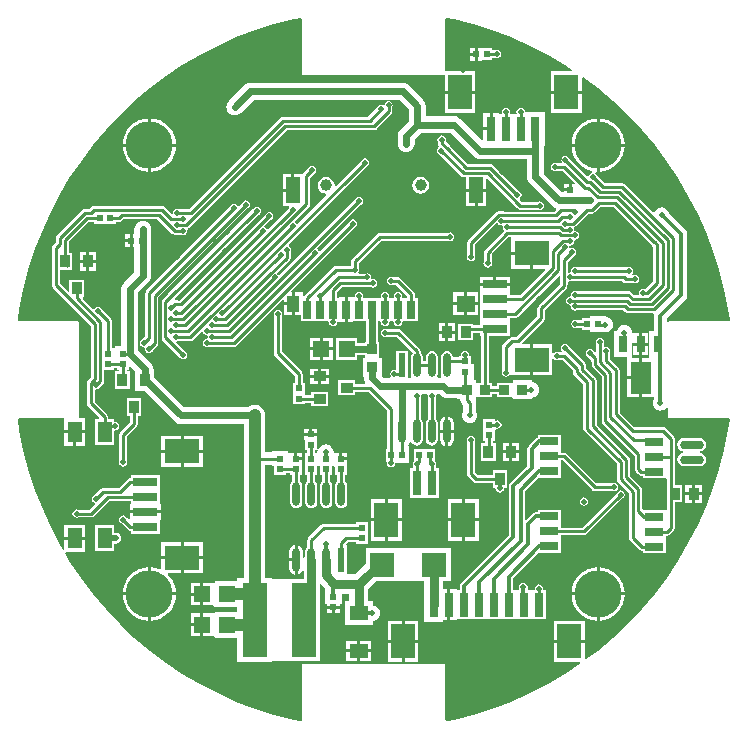
<source format=gbl>
%FSLAX44Y44*%
%MOMM*%
G71*
G01*
G75*
G04 Layer_Physical_Order=2*
G04 Layer_Color=16711680*
%ADD10R,0.6000X0.5000*%
%ADD11R,0.5000X0.6000*%
%ADD12R,0.7000X0.6000*%
%ADD13R,1.0000X1.6000*%
G04:AMPARAMS|DCode=14|XSize=3mm|YSize=2.1mm|CornerRadius=0mm|HoleSize=0mm|Usage=FLASHONLY|Rotation=203.500|XOffset=0mm|YOffset=0mm|HoleType=Round|Shape=Rectangle|*
%AMROTATEDRECTD14*
4,1,4,0.9569,1.5610,1.7943,-0.3648,-0.9569,-1.5610,-1.7943,0.3648,0.9569,1.5610,0.0*
%
%ADD14ROTATEDRECTD14*%

G04:AMPARAMS|DCode=15|XSize=2.1mm|YSize=0.8mm|CornerRadius=0mm|HoleSize=0mm|Usage=FLASHONLY|Rotation=203.500|XOffset=0mm|YOffset=0mm|HoleType=Round|Shape=Rectangle|*
%AMROTATEDRECTD15*
4,1,4,0.8034,0.7855,1.1224,0.0519,-0.8034,-0.7855,-1.1224,-0.0519,0.8034,0.7855,0.0*
%
%ADD15ROTATEDRECTD15*%

G04:AMPARAMS|DCode=16|XSize=2mm|YSize=1.2mm|CornerRadius=0mm|HoleSize=0mm|Usage=FLASHONLY|Rotation=150.000|XOffset=0mm|YOffset=0mm|HoleType=Round|Shape=Rectangle|*
%AMROTATEDRECTD16*
4,1,4,1.1660,0.0196,0.5660,-1.0196,-1.1660,-0.0196,-0.5660,1.0196,1.1660,0.0196,0.0*
%
%ADD16ROTATEDRECTD16*%

%ADD17R,1.3500X0.3000*%
%ADD18R,1.3500X0.2500*%
%ADD19R,0.5000X1.7000*%
G04:AMPARAMS|DCode=20|XSize=0.32mm|YSize=1.7mm|CornerRadius=0.08mm|HoleSize=0mm|Usage=FLASHONLY|Rotation=0.000|XOffset=0mm|YOffset=0mm|HoleType=Round|Shape=RoundedRectangle|*
%AMROUNDEDRECTD20*
21,1,0.3200,1.5400,0,0,0.0*
21,1,0.1600,1.7000,0,0,0.0*
1,1,0.1600,0.0800,-0.7700*
1,1,0.1600,-0.0800,-0.7700*
1,1,0.1600,-0.0800,0.7700*
1,1,0.1600,0.0800,0.7700*
%
%ADD20ROUNDEDRECTD20*%
%ADD21R,0.4064X0.5500*%
%ADD22R,0.3048X0.5500*%
%ADD23R,1.3970X1.3970*%
%ADD24R,0.8890X1.0160*%
%ADD25C,0.2540*%
%ADD26C,1.0000*%
%ADD27C,0.6000*%
%ADD28C,0.4000*%
%ADD29C,0.3000*%
%ADD30C,0.5000*%
G04:AMPARAMS|DCode=31|XSize=4mm|YSize=4mm|CornerRadius=2mm|HoleSize=0mm|Usage=FLASHONLY|Rotation=0.000|XOffset=0mm|YOffset=0mm|HoleType=Round|Shape=RoundedRectangle|*
%AMROUNDEDRECTD31*
21,1,4.0000,0.0000,0,0,0.0*
21,1,0.0000,4.0000,0,0,0.0*
1,1,4.0000,0.0000,0.0000*
1,1,4.0000,0.0000,0.0000*
1,1,4.0000,0.0000,0.0000*
1,1,4.0000,0.0000,0.0000*
%
%ADD31ROUNDEDRECTD31*%
%ADD32O,2.0000X0.7500*%
%ADD33C,1.0000*%
%ADD34C,0.5000*%
%ADD35R,0.8128X0.8128*%
%ADD36R,2.1000X0.8000*%
%ADD37R,3.0000X2.1000*%
%ADD38R,0.8000X2.1000*%
%ADD39R,2.1000X3.0000*%
%ADD40R,0.6096X2.0320*%
%ADD41O,0.6096X2.0320*%
%ADD42R,1.3970X1.3970*%
%ADD43R,1.6000X1.2000*%
%ADD44R,2.1500X6.3000*%
%ADD45R,1.2000X1.8000*%
%ADD46R,0.8128X1.0668*%
%ADD47R,0.7000X1.4000*%
%ADD48R,1.8000X2.8000*%
%ADD49R,1.5200X0.7600*%
%ADD50R,1.0668X0.8128*%
%ADD51R,0.8128X0.8128*%
%ADD52R,1.2000X2.2000*%
%ADD53R,1.6000X1.4000*%
%ADD54R,1.1000X1.4000*%
%ADD55R,0.7000X1.6000*%
G04:AMPARAMS|DCode=56|XSize=2mm|YSize=2mm|CornerRadius=0mm|HoleSize=0mm|Usage=FLASHONLY|Rotation=180.000|XOffset=0mm|YOffset=0mm|HoleType=Round|Shape=RoundedRectangle|*
%AMROUNDEDRECTD56*
21,1,2.0000,2.0000,0,0,180.0*
21,1,2.0000,2.0000,0,0,180.0*
1,1,0.0000,-1.0000,1.0000*
1,1,0.0000,1.0000,1.0000*
1,1,0.0000,1.0000,-1.0000*
1,1,0.0000,-1.0000,-1.0000*
%
%ADD56ROUNDEDRECTD56*%
%ADD57C,0.8000*%
G36*
X-60698Y297114D02*
Y250000D01*
X-60494Y249506D01*
X-60000Y249302D01*
X60000D01*
X60070Y249255D01*
Y236191D01*
X86150D01*
Y252461D01*
X60698D01*
Y297114D01*
X61680Y297919D01*
X67724Y296717D01*
X84254Y292453D01*
X100520Y287269D01*
X116469Y281181D01*
X132051Y274208D01*
X147219Y266372D01*
X161923Y257699D01*
X167943Y253676D01*
X167574Y252461D01*
X150070D01*
Y236191D01*
X176150D01*
Y246767D01*
X177286Y247334D01*
X189758Y237949D01*
X202801Y226935D01*
X215206Y215206D01*
X226935Y202801D01*
X237949Y189758D01*
X248214Y176117D01*
X257699Y161923D01*
X266372Y147219D01*
X274208Y132051D01*
X281181Y116469D01*
X287269Y100520D01*
X292453Y84254D01*
X296717Y67724D01*
X300048Y50980D01*
X301364Y41657D01*
X300531Y40698D01*
X250000D01*
X249506Y40494D01*
X249423Y40293D01*
X248178Y40541D01*
Y43242D01*
X263994Y59058D01*
X265209Y60877D01*
X265636Y63023D01*
Y114504D01*
X265209Y116650D01*
X263994Y118469D01*
X250070Y132393D01*
X250055Y132507D01*
X249400Y134088D01*
X248358Y135446D01*
X247000Y136488D01*
X245419Y137143D01*
X243722Y137366D01*
X242025Y137143D01*
X240444Y136488D01*
X239086Y135446D01*
X238044Y134088D01*
X237686Y133224D01*
X236441Y132976D01*
X212137Y157279D01*
X211056Y158002D01*
X209780Y158256D01*
X195377D01*
X188713Y164920D01*
X188045Y165919D01*
X187367Y166372D01*
X187795Y167568D01*
X188730Y167476D01*
Y188730D01*
X167476D01*
X167786Y185581D01*
X169075Y181333D01*
X171168Y177417D01*
X173985Y173985D01*
X177417Y171168D01*
X181333Y169075D01*
X184692Y168056D01*
X184630Y166787D01*
X184156Y166693D01*
X182998Y165919D01*
X182225Y164762D01*
X182043Y163850D01*
X180828Y163481D01*
X165525Y178784D01*
X164857Y179783D01*
X163699Y180557D01*
X162334Y180829D01*
X160968Y180557D01*
X159810Y179783D01*
X159037Y178626D01*
X158765Y177260D01*
X158995Y176105D01*
X158189Y175124D01*
X154010D01*
X152734Y174870D01*
X152654Y174816D01*
X152304Y174747D01*
X151147Y173973D01*
X150373Y172816D01*
X150101Y171450D01*
X150373Y170084D01*
X151147Y168927D01*
X152304Y168153D01*
X153670Y167881D01*
X155036Y168153D01*
X155488Y168456D01*
X160003D01*
X170152Y158306D01*
X169666Y157132D01*
X167640D01*
Y152092D01*
X166370D01*
Y150822D01*
X160830D01*
Y150189D01*
X159515D01*
X143920Y165784D01*
Y185968D01*
Y189421D01*
X144860D01*
Y218421D01*
X128860D01*
Y218421D01*
X127889D01*
X127657Y219590D01*
X126883Y220748D01*
X125726Y221521D01*
X124360Y221793D01*
X122994Y221521D01*
X121837Y220748D01*
X121063Y219590D01*
X120792Y218225D01*
X120955Y217403D01*
X120149Y216421D01*
X118360D01*
D01*
D01*
X118360Y216421D01*
X117860Y216421D01*
Y216421D01*
X116071D01*
X115265Y217403D01*
X115429Y218225D01*
X115157Y219590D01*
X114383Y220748D01*
X113226Y221521D01*
X111860Y221793D01*
X110494Y221521D01*
X109337Y220748D01*
X108563Y219590D01*
X108291Y218225D01*
X108455Y217403D01*
X107649Y216421D01*
X105900D01*
Y216961D01*
X100630D01*
Y203921D01*
X99360D01*
Y202651D01*
X92820D01*
Y194414D01*
X91647Y193928D01*
X73133Y212442D01*
X71670Y213564D01*
X69967Y214270D01*
X68140Y214510D01*
X43890D01*
Y223520D01*
X43650Y225347D01*
X42944Y227050D01*
X41822Y228512D01*
X29760Y240575D01*
X28298Y241697D01*
X26595Y242402D01*
X24768Y242643D01*
X-104650D01*
X-106477Y242402D01*
X-108180Y241697D01*
X-109642Y240575D01*
X-122777Y227440D01*
X-123899Y225978D01*
X-124604Y224275D01*
X-124845Y222448D01*
X-124604Y220620D01*
X-123899Y218918D01*
X-122777Y217455D01*
X-121314Y216333D01*
X-119612Y215628D01*
X-117784Y215387D01*
X-115957Y215628D01*
X-114254Y216333D01*
X-112792Y217455D01*
X-101725Y228522D01*
X12222D01*
X12347Y227258D01*
X12347Y227258D01*
X12347D01*
X11134Y227017D01*
X9977Y226243D01*
X9203Y225086D01*
X9039Y224262D01*
X7866Y223776D01*
X7691Y223892D01*
X6326Y224164D01*
X4960Y223892D01*
X3802Y223119D01*
X3134Y222119D01*
X-4831Y214154D01*
X-76655D01*
X-77931Y213900D01*
X-79012Y213178D01*
X-156051Y136139D01*
X-165284D01*
X-166463Y136374D01*
X-167829Y136102D01*
X-168986Y135328D01*
X-169760Y134171D01*
X-170032Y132805D01*
X-169925Y132268D01*
X-171045Y131669D01*
X-177083Y137708D01*
X-178165Y138430D01*
X-179441Y138684D01*
X-236618D01*
X-237894Y138430D01*
X-238976Y137708D01*
X-240539Y136144D01*
X-244664D01*
X-245940Y135890D01*
X-247022Y135168D01*
X-268077Y114112D01*
X-268800Y113031D01*
X-269053Y111755D01*
Y107630D01*
X-271597Y105086D01*
X-272320Y104004D01*
X-272574Y102728D01*
Y71671D01*
X-272320Y70395D01*
X-271597Y69314D01*
X-239554Y37270D01*
Y-6322D01*
X-242078Y-8845D01*
X-242800Y-9927D01*
X-243054Y-11203D01*
Y-28764D01*
X-242800Y-30040D01*
X-242078Y-31121D01*
X-242078Y-31121D01*
X-242078Y-31121D01*
X-232522Y-40677D01*
X-233008Y-41850D01*
X-235950D01*
Y-63850D01*
X-219950D01*
Y-52209D01*
X-218968Y-51403D01*
X-218840Y-51429D01*
X-217474Y-51157D01*
X-216317Y-50383D01*
X-215543Y-49226D01*
X-215271Y-47860D01*
X-215543Y-46494D01*
X-216317Y-45337D01*
X-217474Y-44563D01*
X-218840Y-44291D01*
X-218968Y-44317D01*
X-219950Y-43511D01*
Y-41850D01*
X-224616D01*
Y-40534D01*
X-224870Y-39258D01*
X-225592Y-38176D01*
X-236386Y-27383D01*
Y-17463D01*
X-235404Y-16657D01*
X-234950Y-16747D01*
X-233584Y-16476D01*
X-232427Y-15702D01*
X-231759Y-14703D01*
X-229322Y-12266D01*
X-229322Y-12266D01*
X-229322Y-12266D01*
X-228600Y-11185D01*
X-228346Y-9909D01*
Y-110D01*
X-219790D01*
Y1056D01*
X-217141D01*
Y-110D01*
X-215475D01*
Y-1442D01*
X-218853D01*
Y-16110D01*
X-206724D01*
Y-1442D01*
X-208807D01*
Y-110D01*
X-207141D01*
Y2263D01*
X-205968Y2749D01*
X-201777Y-1441D01*
Y-18110D01*
X-194364D01*
X-168562Y-43911D01*
X-167100Y-45033D01*
X-165397Y-45739D01*
X-163570Y-45979D01*
X-109838D01*
Y-176590D01*
X-115510D01*
Y-177165D01*
X-115570D01*
Y-179254D01*
X-134810D01*
Y-180714D01*
X-135890D01*
Y-180714D01*
X-144145D01*
Y-190239D01*
Y-199764D01*
X-135890D01*
Y-199764D01*
X-135708D01*
X-134810Y-200662D01*
Y-201224D01*
X-115570D01*
Y-204915D01*
X-134810D01*
Y-206375D01*
X-135890D01*
Y-206375D01*
X-144145D01*
Y-215900D01*
Y-225425D01*
X-135890D01*
Y-225425D01*
X-135708D01*
X-134810Y-226323D01*
Y-226885D01*
X-115570D01*
Y-247015D01*
X-115510D01*
Y-247590D01*
X-86010D01*
Y-247015D01*
X-45720D01*
Y-181981D01*
X-44547Y-181495D01*
X-40968Y-185073D01*
X-41290Y-185850D01*
X-41290D01*
X-41290Y-185850D01*
Y-198850D01*
X-39830D01*
Y-200080D01*
X-28750D01*
Y-198850D01*
X-27290D01*
Y-189679D01*
X-20769D01*
Y-196250D01*
X-24700D01*
Y-216250D01*
X-700D01*
Y-212731D01*
X427Y-212583D01*
X2008Y-211928D01*
X3366Y-210886D01*
X4408Y-209528D01*
X5063Y-207947D01*
X5286Y-206250D01*
X5063Y-204553D01*
X4408Y-202972D01*
X3366Y-201614D01*
X2008Y-200572D01*
X427Y-199917D01*
X-700Y-199769D01*
Y-196250D01*
X-4631D01*
Y-185542D01*
X1811Y-179100D01*
X21210D01*
Y-179070D01*
X37210D01*
Y-179100D01*
X42831D01*
Y-199130D01*
X42900Y-199654D01*
Y-213630D01*
X58900D01*
Y-212170D01*
X62330D01*
Y-199130D01*
Y-186090D01*
X58969D01*
Y-179100D01*
X65210D01*
Y-151100D01*
X37210D01*
Y-151130D01*
X21210D01*
Y-151100D01*
X-6790D01*
Y-164879D01*
X-15452Y-173541D01*
X-22552D01*
Y-173310D01*
X-22552D01*
Y-148990D01*
X-23236D01*
X-23722Y-147817D01*
X-22169Y-146264D01*
X-15160D01*
Y-147430D01*
X-5160D01*
Y-138430D01*
Y-129430D01*
X-15160D01*
Y-130596D01*
X-42490D01*
X-43766Y-130850D01*
X-44847Y-131573D01*
X-55357Y-142082D01*
X-56080Y-143164D01*
X-56334Y-144439D01*
Y-150195D01*
X-56639Y-150399D01*
X-57755Y-152068D01*
X-58146Y-154038D01*
Y-158053D01*
X-58651Y-158809D01*
X-58738Y-159245D01*
X-60002Y-159121D01*
Y-154038D01*
X-60436Y-151858D01*
X-61671Y-150009D01*
X-63519Y-148774D01*
X-64429Y-148593D01*
Y-161150D01*
Y-173707D01*
X-63519Y-173526D01*
X-61671Y-172291D01*
X-60436Y-170442D01*
X-60381Y-170167D01*
X-59117Y-170291D01*
Y-177165D01*
X-86010D01*
Y-176590D01*
X-91682D01*
Y-80883D01*
X-86391D01*
Y-82010D01*
X-84391D01*
Y-89010D01*
X-74391D01*
Y-87844D01*
X-71040D01*
Y-89010D01*
X-69034D01*
Y-94314D01*
X-69339Y-94519D01*
X-70455Y-96188D01*
X-70846Y-98158D01*
Y-112382D01*
X-70455Y-114352D01*
X-69339Y-116021D01*
X-67669Y-117137D01*
X-65700Y-117529D01*
X-63730Y-117137D01*
X-62060Y-116021D01*
X-60944Y-114352D01*
X-60553Y-112382D01*
Y-98158D01*
X-60944Y-96188D01*
X-62060Y-94519D01*
X-62365Y-94314D01*
Y-89010D01*
X-61040D01*
Y-80550D01*
X-60500D01*
Y-76780D01*
X-66040D01*
Y-75510D01*
X-67310D01*
Y-70470D01*
X-71580D01*
D01*
X-71580D01*
X-72391Y-69658D01*
Y-69010D01*
X-86391D01*
Y-70137D01*
X-91682D01*
Y-38919D01*
X-91992Y-36569D01*
X-92899Y-34380D01*
X-94341Y-32500D01*
X-96221Y-31058D01*
X-98411Y-30151D01*
X-100760Y-29841D01*
X-103110Y-30151D01*
X-105299Y-31058D01*
X-106343Y-31859D01*
X-160645D01*
X-185649Y-6855D01*
Y558D01*
X-186663D01*
X-186665Y570D01*
X-186893Y2307D01*
X-187599Y4010D01*
X-188721Y5472D01*
X-199520Y16271D01*
Y65596D01*
X-190588Y74528D01*
X-189466Y75990D01*
X-188760Y77693D01*
X-188520Y79521D01*
Y118770D01*
X-188760Y120597D01*
X-189466Y122300D01*
X-190588Y123762D01*
X-192050Y124885D01*
X-193753Y125590D01*
X-195580Y125830D01*
X-197407Y125590D01*
X-199110Y124885D01*
X-200572Y123762D01*
X-201695Y122300D01*
X-202400Y120597D01*
X-202640Y118770D01*
Y116109D01*
X-202660D01*
Y114649D01*
X-203890D01*
Y109109D01*
Y103569D01*
X-202660D01*
Y102109D01*
X-202640D01*
Y82445D01*
X-211572Y73513D01*
X-212694Y72051D01*
X-213400Y70348D01*
X-213640Y68521D01*
Y19890D01*
X-219141D01*
Y17890D01*
X-219790D01*
Y17890D01*
X-221456D01*
Y40719D01*
X-221710Y41995D01*
X-222432Y43077D01*
X-230393Y51037D01*
X-231061Y52037D01*
X-232219Y52810D01*
X-233584Y53082D01*
X-234950Y52810D01*
X-236108Y52037D01*
X-236498Y51453D01*
X-237762Y51328D01*
X-246544Y60111D01*
X-246058Y61284D01*
X-245578D01*
Y75952D01*
X-257706D01*
Y66511D01*
X-258879Y66025D01*
X-265906Y73052D01*
Y84220D01*
X-259865D01*
X-259589Y84165D01*
X-259312Y84220D01*
X-255115D01*
Y98888D01*
X-257845D01*
Y108493D01*
X-241403Y124936D01*
X-236510D01*
Y123270D01*
X-218510D01*
Y124936D01*
X-215857D01*
X-214582Y125190D01*
X-213500Y125913D01*
X-211936Y127476D01*
X-183180D01*
X-170846Y115142D01*
X-169765Y114420D01*
X-168489Y114166D01*
X-162758D01*
X-161579Y113931D01*
X-160214Y114203D01*
X-159056Y114977D01*
X-158282Y116134D01*
X-158011Y117500D01*
X-158175Y118326D01*
X-157469Y119382D01*
X-157279Y119420D01*
X-156197Y120142D01*
X-73394Y202946D01*
X256D01*
X1531Y203200D01*
X2613Y203923D01*
X14858Y216167D01*
X15580Y217249D01*
X15834Y218525D01*
Y222541D01*
X16069Y223720D01*
X15797Y225086D01*
X15023Y226243D01*
X13866Y227017D01*
X12653Y227258D01*
X12732Y228055D01*
X12778Y228522D01*
X21843D01*
X29770Y220595D01*
Y210375D01*
X22508Y203112D01*
X21386Y201650D01*
X20680Y199947D01*
X20440Y198120D01*
Y191060D01*
X20680Y189232D01*
X21386Y187529D01*
X22508Y186067D01*
X23970Y184945D01*
X25673Y184240D01*
X27500Y183999D01*
X29327Y184240D01*
X31030Y184945D01*
X32492Y186067D01*
X33614Y187529D01*
X34320Y189232D01*
X34560Y191060D01*
Y195196D01*
X39755Y200390D01*
X65216D01*
X85178Y180428D01*
X86640Y179305D01*
X88343Y178600D01*
X90170Y178360D01*
X129800D01*
Y162860D01*
X130040Y161033D01*
X130745Y159330D01*
X131868Y157868D01*
X151599Y138137D01*
X153061Y137015D01*
X154118Y136577D01*
X154366Y135331D01*
X152816Y133781D01*
X110905D01*
X109748Y134011D01*
X105797D01*
X104521Y133758D01*
X103439Y133035D01*
X80192Y109788D01*
X79470Y108707D01*
X79216Y107431D01*
Y96429D01*
X78981Y95250D01*
X79253Y93884D01*
X80027Y92727D01*
X81184Y91953D01*
X82550Y91681D01*
X83916Y91953D01*
X85073Y92727D01*
X85847Y93884D01*
X86119Y95250D01*
X85884Y96429D01*
Y106050D01*
X103728Y123894D01*
X104992Y123769D01*
X105249Y123384D01*
X106407Y122611D01*
X107773Y122339D01*
X108760Y122535D01*
X109658Y121637D01*
X109461Y120650D01*
X109733Y119284D01*
X110507Y118127D01*
Y117743D01*
X110296Y117603D01*
X94067Y101373D01*
X93344Y100291D01*
X93090Y99016D01*
Y91051D01*
X92856Y89872D01*
X93128Y88507D01*
X93901Y87349D01*
X95059Y86575D01*
X96425Y86304D01*
X97790Y86575D01*
X98948Y87349D01*
X99721Y88507D01*
X99993Y89872D01*
X99759Y91051D01*
Y97634D01*
X114035Y111911D01*
X116070D01*
Y111380D01*
X116070D01*
Y99610D01*
X133610D01*
Y98340D01*
X134880D01*
Y85300D01*
X144895D01*
X145381Y84127D01*
X124178Y62924D01*
X115110D01*
Y65550D01*
X115650D01*
Y70820D01*
X89570D01*
Y65550D01*
X90110D01*
Y53590D01*
X90110Y53590D01*
X90110Y53090D01*
X90110D01*
Y41488D01*
X90110Y41488D01*
X90110D01*
X90110Y41090D01*
Y40840D01*
Y40590D01*
X90110Y40192D01*
X90110Y40192D01*
X90110D01*
Y37924D01*
X84345D01*
Y38830D01*
X71455D01*
Y24670D01*
X84345D01*
Y31256D01*
X90110D01*
Y28590D01*
X90646D01*
Y-11136D01*
X87916D01*
Y-11136D01*
X87702D01*
X86804Y-10238D01*
Y-9136D01*
X84470D01*
Y-8460D01*
X84470D01*
Y4540D01*
X82470D01*
Y11540D01*
X81809D01*
X81003Y12522D01*
X81039Y12700D01*
X80767Y14066D01*
X79993Y15223D01*
X78836Y15997D01*
X77470Y16269D01*
X76104Y15997D01*
X74947Y15223D01*
X74173Y14066D01*
X73901Y12700D01*
X73937Y12522D01*
X73131Y11540D01*
X72470D01*
Y10374D01*
X67036D01*
Y10592D01*
X66645Y12562D01*
X65529Y14231D01*
X63859Y15347D01*
X61890Y15739D01*
X59920Y15347D01*
X58250Y14231D01*
X57134Y12562D01*
X56743Y10592D01*
Y-3632D01*
X57134Y-5602D01*
X57260Y-5790D01*
X56661Y-6910D01*
X54418D01*
X53819Y-5790D01*
X53945Y-5602D01*
X54336Y-3632D01*
Y10592D01*
X53945Y12562D01*
X52829Y14231D01*
X51159Y15347D01*
X49190Y15739D01*
X47220Y15347D01*
X45550Y14231D01*
X44434Y12562D01*
X44043Y10592D01*
Y6814D01*
X41636D01*
Y10592D01*
X41245Y12562D01*
X40129Y14231D01*
X39824Y14435D01*
Y15322D01*
X39570Y16598D01*
X38847Y17680D01*
X23054Y33472D01*
X21972Y34195D01*
X20697Y34449D01*
X10916D01*
X9737Y34684D01*
X8371Y34412D01*
X7213Y33638D01*
X6440Y32481D01*
X6168Y31115D01*
X6440Y29749D01*
X7213Y28592D01*
X8371Y27818D01*
X9737Y27546D01*
X10916Y27781D01*
X19316D01*
X32851Y14245D01*
X32850Y14231D01*
X31734Y12562D01*
X31343Y10592D01*
Y-3632D01*
X31734Y-5602D01*
X31860Y-5790D01*
X31261Y-6910D01*
X28837D01*
Y15640D01*
X18742D01*
Y513D01*
X17760Y-293D01*
X17500Y-241D01*
X16134Y-513D01*
X14977Y-1287D01*
X14203Y-2444D01*
X13931Y-3810D01*
X14203Y-5176D01*
X14613Y-5790D01*
X14015Y-6910D01*
X8569D01*
X6794Y-5135D01*
Y10064D01*
X4794D01*
Y11176D01*
X4794D01*
Y23304D01*
X3818D01*
Y40800D01*
X4220Y40800D01*
Y40800D01*
X4237D01*
X5118Y40800D01*
X5118Y40800D01*
Y40800D01*
X5533D01*
X6168Y40027D01*
X6440Y38661D01*
X7213Y37503D01*
X8371Y36730D01*
X9737Y36458D01*
X11102Y36730D01*
X12260Y37503D01*
X13034Y38661D01*
X13305Y40027D01*
X13940Y40800D01*
X16305D01*
X16940Y40027D01*
X17211Y38661D01*
X17985Y37503D01*
X19143Y36730D01*
X20508Y36458D01*
X21874Y36730D01*
X23032Y37503D01*
X23805Y38661D01*
X24077Y40027D01*
X24712Y40800D01*
X25352D01*
X25352Y40800D01*
Y40800D01*
X26197Y40800D01*
X26223D01*
X26250D01*
X27095Y40800D01*
X27095Y40800D01*
Y40800D01*
X37250D01*
Y60800D01*
X35084D01*
Y63685D01*
X34830Y64961D01*
X34107Y66043D01*
X22514Y77636D01*
X21432Y78359D01*
X20156Y78613D01*
X16038D01*
X14859Y78848D01*
X13493Y78576D01*
X12336Y77802D01*
X11562Y76645D01*
X11290Y75279D01*
X11562Y73913D01*
X12336Y72756D01*
X13493Y71982D01*
X14859Y71710D01*
X16038Y71945D01*
X18775D01*
X28416Y62304D01*
Y60800D01*
X27095D01*
X27095Y60800D01*
Y60800D01*
X26250Y60800D01*
X26223D01*
X26197D01*
X25352Y60800D01*
X25352Y60800D01*
Y60800D01*
X24605D01*
X23799Y61782D01*
X23889Y62230D01*
X23617Y63596D01*
X22843Y64753D01*
X21686Y65527D01*
X20320Y65799D01*
X18954Y65527D01*
X17797Y64753D01*
X17023Y63596D01*
X16751Y62230D01*
X16841Y61782D01*
X16035Y60800D01*
X14076D01*
X13271Y61782D01*
X13305Y61955D01*
X13034Y63321D01*
X12260Y64479D01*
X11102Y65252D01*
X9737Y65524D01*
X8371Y65252D01*
X7213Y64479D01*
X6440Y63321D01*
X6168Y61955D01*
X6203Y61782D01*
X5397Y60800D01*
X5118D01*
X5118Y60800D01*
Y60800D01*
X4237Y60800D01*
X4228D01*
X4220D01*
X3339Y60800D01*
X3339Y60800D01*
Y60800D01*
X-5922D01*
X-5922Y60800D01*
Y60800D01*
X-6780Y60800D01*
X-6800D01*
X-6820D01*
X-7678Y60800D01*
X-7678Y60800D01*
Y60800D01*
X-8356D01*
X-9162Y61782D01*
X-9072Y62230D01*
X-9344Y63596D01*
X-10118Y64753D01*
X-11275Y65527D01*
X-11289Y65530D01*
X-11365Y65580D01*
X-12641Y65834D01*
X-13917Y65580D01*
X-13993Y65530D01*
X-14007Y65527D01*
X-15164Y64753D01*
X-15938Y63596D01*
X-16210Y62230D01*
Y62230D01*
X-16334Y61522D01*
X-17247Y61340D01*
X-17247Y61340D01*
X-17247Y61340D01*
X-22017D01*
Y50800D01*
Y40260D01*
X-17247D01*
Y40800D01*
X-7678D01*
X-7678Y40800D01*
Y40800D01*
X-6820Y40800D01*
X-6780D01*
D01*
Y40800D01*
X-6378Y40800D01*
Y23304D01*
X-7334D01*
Y22523D01*
X-13860D01*
Y26410D01*
X-31830D01*
Y8440D01*
X-13860D01*
Y12327D01*
X-7334D01*
X-7334Y11176D01*
X-7334D01*
Y10962D01*
X-8232Y10064D01*
X-9334D01*
Y-6064D01*
X-8330D01*
Y-7056D01*
X-8090Y-8883D01*
X-7384Y-10586D01*
X-7180Y-10853D01*
X-7742Y-11992D01*
X-15527D01*
Y-9227D01*
X-30195D01*
Y-21355D01*
X-15527D01*
Y-18660D01*
X-4515D01*
X11216Y-34391D01*
Y-67390D01*
X10050D01*
Y-77390D01*
X10353D01*
X11158Y-78372D01*
X10981Y-79262D01*
X11253Y-80627D01*
X12027Y-81785D01*
X13184Y-82559D01*
X14550Y-82830D01*
X15916Y-82559D01*
X17073Y-81785D01*
X17847Y-80627D01*
X18093Y-79390D01*
X30050D01*
Y-65390D01*
X29599D01*
X29037Y-64251D01*
X29946Y-63066D01*
X30501Y-61727D01*
X30947Y-61638D01*
X31784Y-61556D01*
X32850Y-63151D01*
X34520Y-64267D01*
X36490Y-64659D01*
X38459Y-64267D01*
X40129Y-63151D01*
X41245Y-61482D01*
X41636Y-59512D01*
Y-45288D01*
X41245Y-43318D01*
X40129Y-41649D01*
X39824Y-41445D01*
Y-23779D01*
X40058Y-22601D01*
X39941Y-22012D01*
X40747Y-21030D01*
X45273D01*
X46079Y-22012D01*
X45961Y-22601D01*
X46196Y-23779D01*
Y-41217D01*
X45550Y-41649D01*
X44434Y-43318D01*
X44043Y-45288D01*
Y-59512D01*
X44434Y-61482D01*
X45550Y-63151D01*
X47220Y-64267D01*
X49190Y-64659D01*
X51159Y-64267D01*
X52829Y-63151D01*
X53945Y-61482D01*
X54336Y-59512D01*
Y-45288D01*
X53945Y-43318D01*
X52864Y-41701D01*
Y-23779D01*
X53099Y-22601D01*
X52982Y-22012D01*
X53787Y-21030D01*
X55735D01*
X56897Y-22192D01*
X56897D01*
X56897Y-22192D01*
X56897D01*
X56897Y-22192D01*
Y-22192D01*
X56897Y-22192D01*
Y-22192D01*
X58359Y-23314D01*
X60062Y-24020D01*
X60062Y-24020D01*
X60062Y-24020D01*
D01*
X60062Y-24020D01*
X60062Y-24020D01*
X61890Y-24260D01*
X70676D01*
Y-25264D01*
X73367D01*
Y-25400D01*
X73776Y-27456D01*
X74941Y-29200D01*
X75907Y-30166D01*
Y-35244D01*
X75602Y-35641D01*
X74947Y-37222D01*
X74724Y-38919D01*
X74947Y-40616D01*
X75602Y-42197D01*
X76644Y-43555D01*
X78002Y-44597D01*
X79583Y-45252D01*
X81280Y-45475D01*
X82977Y-45252D01*
X84558Y-44597D01*
X85916Y-43555D01*
X86958Y-42197D01*
X87613Y-40616D01*
X87836Y-38919D01*
X87613Y-37222D01*
X86958Y-35641D01*
X86653Y-35244D01*
Y-27940D01*
X86244Y-25884D01*
X86244D01*
D01*
X86804Y-25264D01*
X86804D01*
Y-23264D01*
X87916D01*
Y-23264D01*
X100044D01*
Y-20534D01*
X104426D01*
Y-23264D01*
X116554D01*
Y-23264D01*
X116768D01*
X117666Y-24162D01*
Y-25264D01*
X133794D01*
Y-23698D01*
X135047Y-23533D01*
X136628Y-22878D01*
X137986Y-21836D01*
X139028Y-20478D01*
X139683Y-18897D01*
X139906Y-17200D01*
X139683Y-15503D01*
X139028Y-13922D01*
X137986Y-12564D01*
X136628Y-11522D01*
X135047Y-10867D01*
X133794Y-10702D01*
Y-9136D01*
X117666D01*
Y-11136D01*
X116554D01*
Y-11136D01*
X104426D01*
Y-13866D01*
X100044D01*
Y-11136D01*
X97314D01*
Y28590D01*
X115110D01*
Y40192D01*
X115110Y40192D01*
D01*
D01*
X115110Y40590D01*
Y40660D01*
Y40840D01*
X115110Y41090D01*
D01*
X115110Y41488D01*
X115110Y41488D01*
X115110D01*
Y43756D01*
X119480D01*
X120756Y44010D01*
X121838Y44732D01*
X121838Y44732D01*
X121838Y44732D01*
X156453Y79348D01*
X157626Y78861D01*
Y72171D01*
X139568Y54113D01*
X138846Y53032D01*
X138592Y51756D01*
Y45077D01*
X120739Y27224D01*
X116700D01*
X115424Y26970D01*
X114342Y26247D01*
X109502Y21407D01*
X108780Y20326D01*
X108526Y19050D01*
Y-1361D01*
X108291Y-2540D01*
X108563Y-3906D01*
X109337Y-5063D01*
X110494Y-5837D01*
X111860Y-6109D01*
X113226Y-5837D01*
X114383Y-5063D01*
X114626Y-4700D01*
X116070Y-4700D01*
Y-4700D01*
X132340D01*
Y8340D01*
Y21380D01*
X125985D01*
X125499Y22553D01*
X144283Y41338D01*
X145006Y42420D01*
X145260Y43696D01*
X145260Y43696D01*
X145260Y43696D01*
Y43696D01*
Y50375D01*
X163318Y68432D01*
X164040Y69514D01*
X164294Y70790D01*
Y74343D01*
X165276Y75149D01*
X166370Y74931D01*
X167549Y75166D01*
X210357D01*
X211205Y74318D01*
X212286Y73596D01*
X213562Y73342D01*
X220054D01*
X221232Y73107D01*
X222598Y73379D01*
X223756Y74152D01*
X224529Y75310D01*
X224801Y76676D01*
X224529Y78042D01*
X223756Y79199D01*
X222598Y79973D01*
X221232Y80244D01*
X220054Y80010D01*
X219125D01*
X218526Y81130D01*
X219197Y82134D01*
X219469Y83500D01*
X219197Y84866D01*
X218423Y86023D01*
X217266Y86797D01*
X215900Y87069D01*
X214721Y86834D01*
X171509D01*
X170330Y87069D01*
X168964Y86797D01*
X167807Y86023D01*
X167033Y84866D01*
X166761Y83500D01*
X166845Y83079D01*
X166140Y82023D01*
X165276Y81851D01*
X164294Y82657D01*
Y91149D01*
X169164Y96019D01*
X170163Y96687D01*
X170937Y97844D01*
X171209Y99210D01*
X170937Y100576D01*
X170163Y101733D01*
X169006Y102507D01*
X167640Y102779D01*
X166361Y102524D01*
X165735Y103151D01*
X165735Y104420D01*
X166266Y104952D01*
X166370Y104931D01*
X167736Y105203D01*
X168893Y105977D01*
X169667Y107134D01*
X169939Y108500D01*
X169855Y108921D01*
X170560Y109977D01*
X171696Y110203D01*
X172853Y110977D01*
X173627Y112134D01*
X173899Y113500D01*
X173627Y114866D01*
X172853Y116023D01*
X171696Y116797D01*
X170560Y117023D01*
X169855Y118079D01*
X169939Y118500D01*
X169667Y119866D01*
X169607Y119955D01*
X169800Y120420D01*
X170881Y121143D01*
X181736Y131997D01*
X184727D01*
X186003Y132251D01*
X187084Y132974D01*
X187084Y132974D01*
X187084Y132974D01*
X192078Y137968D01*
X202597D01*
X235328Y105236D01*
X235811Y104914D01*
X236622Y104103D01*
Y74967D01*
X229759Y68104D01*
X228985D01*
X227806Y68339D01*
X226440Y68067D01*
X225283Y67293D01*
X224509Y66136D01*
X224237Y64770D01*
X224328Y64316D01*
X223522Y63334D01*
X220518D01*
X217995Y65858D01*
X216913Y66580D01*
X215637Y66834D01*
X171509D01*
X170330Y67069D01*
X168964Y66797D01*
X167807Y66023D01*
X167033Y64866D01*
X166761Y63500D01*
X167033Y62134D01*
D01*
X166370Y61989D01*
X166370Y61989D01*
Y61989D01*
X165004Y61717D01*
X163847Y60943D01*
X163073Y59786D01*
X162801Y58420D01*
X163073Y57054D01*
X163847Y55897D01*
X165004Y55123D01*
X166124Y54900D01*
X166830Y53844D01*
X166761Y53500D01*
X167033Y52134D01*
X167807Y50977D01*
X168964Y50203D01*
X170330Y49931D01*
X171509Y50166D01*
X211415D01*
X213019Y48562D01*
X214100Y47840D01*
X215376Y47586D01*
X236363D01*
X237169Y46604D01*
X236962Y45565D01*
Y32584D01*
X233363D01*
Y10584D01*
X233363D01*
Y10522D01*
X232465Y9624D01*
X227133D01*
Y-6916D01*
Y-23456D01*
X236962D01*
Y-24983D01*
X236892Y-25075D01*
X236237Y-26656D01*
X236014Y-28352D01*
X236237Y-30049D01*
X236892Y-31630D01*
X237934Y-32988D01*
X239292Y-34030D01*
X240873Y-34685D01*
X242570Y-34909D01*
X244267Y-34685D01*
X245848Y-34030D01*
X247206Y-32988D01*
X248099Y-31824D01*
X249302Y-32232D01*
Y-40000D01*
X249302Y-40000D01*
X249302D01*
X249506Y-40494D01*
X250000Y-40698D01*
X300531D01*
X301364Y-41657D01*
X300048Y-50980D01*
X296717Y-67724D01*
X292453Y-84254D01*
X287269Y-100520D01*
X281181Y-116469D01*
X274208Y-132051D01*
X266372Y-147219D01*
X257699Y-161923D01*
X248214Y-176117D01*
X237949Y-189758D01*
X226935Y-202801D01*
X215206Y-215206D01*
X202801Y-226935D01*
X189758Y-237949D01*
X179826Y-245423D01*
X178690Y-244856D01*
Y-231400D01*
X152610D01*
Y-247670D01*
X174744D01*
X175113Y-248885D01*
X161923Y-257699D01*
X147219Y-266372D01*
X132051Y-274208D01*
X116469Y-281181D01*
X100520Y-287269D01*
X84254Y-292453D01*
X67724Y-296717D01*
X61680Y-297919D01*
X60698Y-297114D01*
Y-250000D01*
X60494Y-249506D01*
X60000Y-249302D01*
X-60000D01*
X-60494Y-249506D01*
X-60698Y-250000D01*
Y-297114D01*
X-61680Y-297919D01*
X-67724Y-296717D01*
X-84254Y-292453D01*
X-100520Y-287269D01*
X-116469Y-281181D01*
X-132051Y-274208D01*
X-147219Y-266372D01*
X-161923Y-257699D01*
X-176117Y-248214D01*
X-189758Y-237949D01*
X-202801Y-226935D01*
X-215206Y-215206D01*
X-226935Y-202801D01*
X-237949Y-189758D01*
X-248214Y-176117D01*
X-257699Y-161923D01*
X-261492Y-155493D01*
X-260862Y-154390D01*
X-244810D01*
Y-144120D01*
X-261890D01*
Y-152406D01*
X-263115Y-152740D01*
X-266372Y-147219D01*
X-274208Y-132051D01*
X-281181Y-116469D01*
X-287269Y-100520D01*
X-292453Y-84254D01*
X-296717Y-67724D01*
X-300048Y-50980D01*
X-301364Y-41657D01*
X-300531Y-40698D01*
X-261890D01*
Y-40698D01*
Y-41310D01*
X-261890Y-41596D01*
X-261890Y-41596D01*
X-261890D01*
Y-51580D01*
X-244810D01*
Y-41310D01*
X-248701D01*
X-249407Y-40254D01*
X-249302Y-40000D01*
Y40000D01*
X-249506Y40494D01*
X-250000Y40698D01*
X-300531D01*
X-301364Y41657D01*
X-300048Y50980D01*
X-296717Y67724D01*
X-292453Y84254D01*
X-287269Y100520D01*
X-281181Y116469D01*
X-274208Y132051D01*
X-266372Y147219D01*
X-257699Y161923D01*
X-248214Y176117D01*
X-237949Y189758D01*
X-226935Y202801D01*
X-215206Y215206D01*
X-202801Y226935D01*
X-189758Y237949D01*
X-176117Y248214D01*
X-161923Y257699D01*
X-147219Y266372D01*
X-132051Y274208D01*
X-116469Y281181D01*
X-100520Y287269D01*
X-84254Y292453D01*
X-67724Y296717D01*
X-61680Y297919D01*
X-60698Y297114D01*
D02*
G37*
%LPC*%
G36*
X269621Y-106272D02*
X263906D01*
Y-112622D01*
X269621D01*
Y-106272D01*
D02*
G37*
G36*
X-47800Y-56273D02*
X-58880D01*
Y-60043D01*
X-58340D01*
Y-68503D01*
X-56674D01*
Y-71010D01*
X-58340D01*
Y-80010D01*
Y-89010D01*
X-56334D01*
Y-94314D01*
X-56639Y-94519D01*
X-57755Y-96188D01*
X-58146Y-98158D01*
Y-112382D01*
X-57755Y-114352D01*
X-56639Y-116021D01*
X-54969Y-117137D01*
X-53000Y-117529D01*
X-51030Y-117137D01*
X-49360Y-116021D01*
X-48244Y-114352D01*
X-47853Y-112382D01*
Y-98158D01*
X-48244Y-96188D01*
X-49360Y-94519D01*
X-49665Y-94314D01*
Y-89010D01*
X-48340D01*
Y-82710D01*
X-47640Y-82010D01*
X-47442Y-82010D01*
X-47442Y-82010D01*
Y-82010D01*
X-45640D01*
Y-89010D01*
X-43634D01*
Y-94314D01*
X-43939Y-94519D01*
X-45055Y-96188D01*
X-45446Y-98158D01*
Y-112382D01*
X-45055Y-114352D01*
X-43939Y-116021D01*
X-42269Y-117137D01*
X-40300Y-117529D01*
X-38330Y-117137D01*
X-36660Y-116021D01*
X-35544Y-114352D01*
X-35153Y-112382D01*
Y-98158D01*
X-35544Y-96188D01*
X-36660Y-94519D01*
X-36965Y-94314D01*
Y-89010D01*
X-35640D01*
Y-82010D01*
X-33838D01*
X-33838Y-82010D01*
Y-82010D01*
X-33640Y-82010D01*
X-32940Y-82710D01*
Y-89010D01*
X-30934D01*
Y-94314D01*
X-31239Y-94519D01*
X-32355Y-96188D01*
X-32746Y-98158D01*
Y-112382D01*
X-32355Y-114352D01*
X-31239Y-116021D01*
X-29569Y-117137D01*
X-27599Y-117529D01*
X-25630Y-117137D01*
X-23960Y-116021D01*
X-22844Y-114352D01*
X-22453Y-112382D01*
Y-98158D01*
X-22844Y-96188D01*
X-23960Y-94519D01*
X-24265Y-94314D01*
Y-89010D01*
X-22940D01*
Y-80550D01*
X-22400D01*
Y-76780D01*
X-27940D01*
Y-75510D01*
X-29210D01*
Y-70470D01*
X-32742D01*
X-32742Y-70470D01*
Y-70470D01*
X-33480Y-70470D01*
X-33640Y-70310D01*
Y-69010D01*
X-34195D01*
X-34307Y-68153D01*
X-34962Y-66572D01*
X-36004Y-65214D01*
X-37362Y-64172D01*
X-38943Y-63517D01*
X-40640Y-63294D01*
X-42337Y-63517D01*
X-43918Y-64172D01*
X-45276Y-65214D01*
X-46318Y-66572D01*
X-46973Y-68153D01*
X-47085Y-69010D01*
X-47640D01*
Y-71010D01*
X-47640D01*
X-48340D01*
X-48538Y-71010D01*
X-48538Y-71010D01*
Y-71010D01*
X-50006D01*
Y-68503D01*
X-48340D01*
Y-60043D01*
X-47800D01*
Y-56273D01*
D02*
G37*
G36*
X177870Y-108191D02*
X176504Y-108463D01*
X175347Y-109237D01*
X174573Y-110394D01*
X174301Y-111760D01*
X174573Y-113126D01*
X175347Y-114283D01*
X176504Y-115057D01*
X177870Y-115329D01*
X179236Y-115057D01*
X180393Y-114283D01*
X181167Y-113126D01*
X181439Y-111760D01*
X181167Y-110394D01*
X180393Y-109237D01*
X179236Y-108463D01*
X177870Y-108191D01*
D02*
G37*
G36*
X82363Y-55934D02*
X80997Y-56206D01*
X79839Y-56979D01*
X79066Y-58137D01*
X78794Y-59503D01*
X79029Y-60682D01*
Y-88067D01*
X79282Y-89342D01*
X80005Y-90424D01*
X84610Y-95029D01*
X85259Y-95463D01*
X85692Y-95752D01*
X86968Y-96006D01*
X100565D01*
Y-100006D01*
X102343D01*
X103061Y-100724D01*
X103061Y-100724D01*
D01*
X103332Y-102090D01*
X104106Y-103247D01*
X105264Y-104021D01*
X106629Y-104293D01*
X107995Y-104021D01*
X109153Y-103247D01*
X109926Y-102090D01*
X110198Y-100724D01*
Y-100006D01*
X112693D01*
Y-85338D01*
X100565D01*
Y-89338D01*
X88349D01*
X85697Y-86686D01*
Y-60682D01*
X85931Y-59503D01*
X85660Y-58137D01*
X84886Y-56979D01*
X83728Y-56206D01*
X82363Y-55934D01*
D02*
G37*
G36*
X269621Y-97382D02*
X263906D01*
Y-103732D01*
X269621D01*
Y-97382D01*
D02*
G37*
G36*
X277876Y-106272D02*
X272161D01*
Y-112622D01*
X277876D01*
Y-106272D01*
D02*
G37*
G36*
X52180Y-67390D02*
X34180D01*
Y-77390D01*
X34180D01*
X34180Y-77676D01*
X33533Y-78644D01*
X33261Y-80010D01*
X33496Y-81189D01*
Y-83760D01*
X30930D01*
Y-108760D01*
X42930D01*
Y-108760D01*
X42930D01*
X42930Y-108760D01*
X43430D01*
Y-108760D01*
X55430D01*
Y-83760D01*
X52764D01*
Y-81470D01*
X52827Y-81376D01*
X53099Y-80010D01*
X52827Y-78644D01*
X52180Y-77676D01*
X52180Y-77390D01*
X52180D01*
Y-67390D01*
D02*
G37*
G36*
X-244810Y-131310D02*
X-261890D01*
Y-141580D01*
X-244810D01*
Y-131310D01*
D02*
G37*
G36*
X-180260Y-121820D02*
X-206340D01*
Y-126426D01*
X-207513Y-126912D01*
X-208950Y-125476D01*
X-209617Y-124477D01*
X-210775Y-123703D01*
X-212141Y-123431D01*
X-213506Y-123703D01*
X-214664Y-124477D01*
X-215438Y-125634D01*
X-215709Y-127000D01*
X-215438Y-128366D01*
X-214664Y-129523D01*
X-213665Y-130191D01*
X-208448Y-135407D01*
D01*
X-208448D01*
Y-135407D01*
D01*
X-208448D01*
Y-135408D01*
X-208448D01*
X-208448Y-135408D01*
Y-135408D01*
X-208448Y-135408D01*
Y-135408D01*
X-207367Y-136130D01*
X-206091Y-136384D01*
X-205800D01*
Y-139050D01*
X-180800D01*
Y-127090D01*
X-180260D01*
Y-121820D01*
D02*
G37*
G36*
X74410Y-128530D02*
X62640D01*
Y-144800D01*
X74410D01*
Y-128530D01*
D02*
G37*
G36*
X88720D02*
X76950D01*
Y-144800D01*
X88720D01*
Y-128530D01*
D02*
G37*
G36*
X74410Y-109720D02*
X62640D01*
Y-125990D01*
X74410D01*
Y-109720D01*
D02*
G37*
G36*
X88720D02*
X76950D01*
Y-125990D01*
X88720D01*
Y-109720D01*
D02*
G37*
G36*
X9410D02*
X-2360D01*
Y-125990D01*
X9410D01*
Y-109720D01*
D02*
G37*
G36*
X23720D02*
X11950D01*
Y-125990D01*
X23720D01*
Y-109720D01*
D02*
G37*
G36*
X277876Y-97382D02*
X272161D01*
Y-103732D01*
X277876D01*
Y-97382D01*
D02*
G37*
G36*
X-163570Y-56260D02*
X-179840D01*
Y-68030D01*
X-163570D01*
Y-56260D01*
D02*
G37*
G36*
X122771Y-61862D02*
X117437D01*
Y-68466D01*
X122771D01*
Y-61862D01*
D02*
G37*
G36*
X114897D02*
X109563D01*
Y-68466D01*
X114897D01*
Y-61862D01*
D02*
G37*
G36*
X-144760Y-56260D02*
X-161030D01*
Y-68030D01*
X-144760D01*
Y-56260D01*
D02*
G37*
G36*
X67587Y-53670D02*
X63159D01*
Y-64957D01*
X64070Y-64776D01*
X65918Y-63541D01*
X67153Y-61692D01*
X67587Y-59512D01*
Y-53670D01*
D02*
G37*
G36*
X60620D02*
X56192D01*
Y-59512D01*
X56626Y-61692D01*
X57861Y-63541D01*
X59709Y-64776D01*
X60620Y-64957D01*
Y-53670D01*
D02*
G37*
G36*
X158190Y-55090D02*
X138990D01*
Y-57477D01*
X138404Y-57593D01*
X137247Y-58367D01*
X131077Y-64537D01*
X130303Y-65694D01*
X130031Y-67060D01*
Y-81773D01*
X115587Y-96218D01*
X114813Y-97375D01*
X114541Y-98741D01*
Y-140031D01*
X73777Y-180796D01*
X73003Y-181953D01*
X72731Y-183319D01*
Y-186630D01*
X71038D01*
X71038Y-186630D01*
Y-186630D01*
X70300Y-186630D01*
X70140Y-186090D01*
X69402Y-186090D01*
X69402Y-186090D01*
Y-186090D01*
X64870D01*
Y-199130D01*
Y-212170D01*
X69402D01*
X69402Y-212170D01*
Y-212170D01*
X70140Y-212170D01*
X70300Y-211630D01*
X71038Y-211630D01*
X71038Y-211630D01*
Y-211630D01*
X82300D01*
Y-211630D01*
X82300D01*
X82300Y-211630D01*
X83000D01*
Y-211630D01*
X95000D01*
Y-211630D01*
X95000D01*
X95000Y-211630D01*
X95500D01*
Y-211630D01*
X107302D01*
X107302Y-211630D01*
Y-211630D01*
X107500Y-211630D01*
X107850D01*
X108200D01*
X108398Y-211630D01*
X108398Y-211630D01*
Y-211630D01*
X120002D01*
X120002Y-211630D01*
Y-211630D01*
X120200Y-211630D01*
X120550D01*
X120900D01*
X121098Y-211630D01*
X121098Y-211630D01*
Y-211630D01*
X132702D01*
X132702Y-211630D01*
Y-211630D01*
X132900Y-211630D01*
X133250D01*
X133600D01*
X133798Y-211630D01*
X133798Y-211630D01*
Y-211630D01*
X145600D01*
Y-186630D01*
X144029D01*
X143223Y-185648D01*
X143269Y-185420D01*
X142997Y-184054D01*
X142223Y-182897D01*
X141066Y-182123D01*
X139700Y-181851D01*
X138334Y-182123D01*
X137177Y-182897D01*
X136403Y-184054D01*
X136131Y-185420D01*
X136177Y-185648D01*
X135371Y-186630D01*
X133798D01*
X133798Y-186630D01*
Y-186630D01*
X133600Y-186630D01*
X133250D01*
X132900D01*
X132702Y-186630D01*
X132702Y-186630D01*
Y-186630D01*
X130250D01*
Y-184150D01*
X129978Y-182784D01*
X129205Y-181627D01*
X128047Y-180853D01*
X126681Y-180581D01*
X125316Y-180853D01*
X124158Y-181627D01*
X123384Y-182784D01*
X123113Y-184150D01*
Y-186630D01*
X121098D01*
X121098Y-186630D01*
Y-186630D01*
X120900Y-186630D01*
X120550D01*
X120200D01*
X120002Y-186630D01*
X120002Y-186630D01*
Y-186630D01*
X117769D01*
Y-176838D01*
X139017Y-155590D01*
X158190D01*
Y-143990D01*
D01*
Y-143990D01*
X158190Y-143990D01*
Y-142890D01*
X158190D01*
Y-140424D01*
X177870D01*
X179146Y-140170D01*
X180228Y-139447D01*
X210495Y-109180D01*
X211495Y-108512D01*
X212268Y-107354D01*
X212540Y-105989D01*
X212268Y-104623D01*
X211495Y-103465D01*
X210337Y-102692D01*
X208971Y-102420D01*
X207606Y-102692D01*
X206448Y-103465D01*
X205780Y-104465D01*
X176489Y-133756D01*
X158190D01*
Y-131290D01*
D01*
Y-131290D01*
X158190Y-131290D01*
Y-130190D01*
X158190D01*
Y-118590D01*
X138990D01*
Y-120821D01*
X137230D01*
X135864Y-121093D01*
X134707Y-121867D01*
X129202Y-127371D01*
X128029Y-126885D01*
Y-103148D01*
X139087Y-92090D01*
X158190D01*
Y-80490D01*
D01*
Y-80490D01*
X158190Y-80490D01*
Y-79390D01*
X158190D01*
Y-76924D01*
X159820D01*
X184713Y-101817D01*
X185795Y-102540D01*
X187071Y-102793D01*
X202350D01*
X203529Y-103028D01*
X204895Y-102756D01*
X206052Y-101983D01*
X206826Y-100825D01*
X207097Y-99459D01*
X206826Y-98094D01*
X206052Y-96936D01*
X204895Y-96162D01*
X203529Y-95891D01*
X202350Y-96125D01*
X188452D01*
X163559Y-71233D01*
X162477Y-70510D01*
X161201Y-70256D01*
X158190D01*
Y-67790D01*
D01*
Y-67790D01*
X158190Y-67790D01*
Y-66690D01*
X158190D01*
Y-55090D01*
D02*
G37*
G36*
X-22400Y-70470D02*
X-26670D01*
Y-74240D01*
X-22400D01*
Y-70470D01*
D02*
G37*
G36*
X-144760Y-70570D02*
X-161030D01*
Y-82340D01*
X-144760D01*
Y-70570D01*
D02*
G37*
G36*
X-163570D02*
X-179840D01*
Y-82340D01*
X-163570D01*
Y-70570D01*
D02*
G37*
G36*
X-180800Y-89550D02*
X-205800D01*
Y-92216D01*
X-206690D01*
X-207966Y-92470D01*
X-209048Y-93193D01*
X-216031Y-100176D01*
X-228851D01*
X-230127Y-100430D01*
X-231208Y-101152D01*
X-236474Y-106418D01*
X-237473Y-107086D01*
X-238247Y-108243D01*
X-238519Y-109609D01*
X-238247Y-110975D01*
X-237473Y-112132D01*
X-236344Y-112887D01*
X-236220Y-114151D01*
X-240655Y-118586D01*
X-250412D01*
X-251591Y-118351D01*
X-252957Y-118623D01*
X-254114Y-119397D01*
X-254888Y-120554D01*
X-255159Y-121920D01*
X-254888Y-123286D01*
X-254114Y-124443D01*
X-252957Y-125217D01*
X-251591Y-125489D01*
X-250412Y-125254D01*
X-239274D01*
X-237998Y-125000D01*
X-236916Y-124277D01*
X-224023Y-111384D01*
X-205800D01*
Y-114010D01*
X-206340D01*
Y-119280D01*
X-180260D01*
Y-114010D01*
X-180800D01*
Y-102050D01*
D01*
Y-102050D01*
X-180800Y-102050D01*
Y-101550D01*
X-180800D01*
Y-89550D01*
D02*
G37*
G36*
X275490Y-57754D02*
X262990D01*
X260746Y-58200D01*
X258845Y-59471D01*
X257574Y-61373D01*
X257127Y-63617D01*
X257574Y-65860D01*
X258845Y-67762D01*
X260746Y-69033D01*
X262013Y-69285D01*
Y-70555D01*
X260746Y-70807D01*
X258845Y-72078D01*
X257574Y-73980D01*
X257127Y-76223D01*
X257574Y-78467D01*
X258845Y-80369D01*
X260746Y-81640D01*
X262990Y-82086D01*
X275490D01*
X277733Y-81640D01*
X279636Y-80369D01*
X280906Y-78467D01*
X281353Y-76223D01*
X280906Y-73980D01*
X279636Y-72078D01*
X277733Y-70807D01*
X276467Y-70555D01*
Y-69285D01*
X277733Y-69033D01*
X279636Y-67762D01*
X280906Y-65860D01*
X281353Y-63617D01*
X280906Y-61373D01*
X279636Y-59471D01*
X277733Y-58200D01*
X275490Y-57754D01*
D02*
G37*
G36*
X-60500Y-70470D02*
X-64770D01*
Y-74240D01*
X-60500D01*
Y-70470D01*
D02*
G37*
G36*
X122771Y-71006D02*
X117437D01*
Y-77610D01*
X122771D01*
Y-71006D01*
D02*
G37*
G36*
X114897D02*
X109563D01*
Y-77610D01*
X114897D01*
Y-71006D01*
D02*
G37*
G36*
X-146685Y-206375D02*
X-154940D01*
Y-214630D01*
X-146685D01*
Y-206375D01*
D02*
G37*
G36*
Y-217170D02*
X-154940D01*
Y-225425D01*
X-146685D01*
Y-217170D01*
D02*
G37*
G36*
X178690Y-212590D02*
X152610D01*
Y-228860D01*
X178690D01*
Y-212590D01*
D02*
G37*
G36*
X-191270Y-191270D02*
X-212524D01*
X-212214Y-194419D01*
X-210925Y-198667D01*
X-208832Y-202583D01*
X-206015Y-206015D01*
X-202583Y-208832D01*
X-198667Y-210925D01*
X-194419Y-212214D01*
X-191270Y-212524D01*
Y-191270D01*
D02*
G37*
G36*
X212524D02*
X191270D01*
Y-212524D01*
X194419Y-212214D01*
X198667Y-210925D01*
X202583Y-208832D01*
X206015Y-206015D01*
X208832Y-202583D01*
X210925Y-198667D01*
X212214Y-194419D01*
X212524Y-191270D01*
D02*
G37*
G36*
X188730D02*
X167476D01*
X167786Y-194419D01*
X169075Y-198667D01*
X171168Y-202583D01*
X173985Y-206015D01*
X177417Y-208832D01*
X181333Y-210925D01*
X185581Y-212214D01*
X188730Y-212524D01*
Y-191270D01*
D02*
G37*
G36*
X-167476D02*
X-188730D01*
Y-212524D01*
X-185581Y-212214D01*
X-181333Y-210925D01*
X-177417Y-208832D01*
X-173985Y-206015D01*
X-171168Y-202583D01*
X-169075Y-198667D01*
X-167786Y-194419D01*
X-167476Y-191270D01*
D02*
G37*
G36*
X37890Y-212590D02*
X26120D01*
Y-228860D01*
X37890D01*
Y-212590D01*
D02*
G37*
G36*
X-13970Y-239520D02*
X-23240D01*
Y-246790D01*
X-13970D01*
Y-239520D01*
D02*
G37*
G36*
X37890Y-231400D02*
X26120D01*
Y-247670D01*
X37890D01*
Y-231400D01*
D02*
G37*
G36*
X23580D02*
X11810D01*
Y-247670D01*
X23580D01*
Y-231400D01*
D02*
G37*
G36*
X-2160Y-239520D02*
X-11430D01*
Y-246790D01*
X-2160D01*
Y-239520D01*
D02*
G37*
G36*
X23580Y-212590D02*
X11810D01*
Y-228860D01*
X23580D01*
Y-212590D01*
D02*
G37*
G36*
X-2160Y-229710D02*
X-11430D01*
Y-236980D01*
X-2160D01*
Y-229710D01*
D02*
G37*
G36*
X-13970D02*
X-23240D01*
Y-236980D01*
X-13970D01*
Y-229710D01*
D02*
G37*
G36*
X-35560Y-202620D02*
X-39830D01*
Y-206390D01*
X-35560D01*
Y-202620D01*
D02*
G37*
G36*
X-163570Y-146260D02*
X-179840D01*
Y-158030D01*
X-163570D01*
Y-146260D01*
D02*
G37*
G36*
X-66969Y-148593D02*
X-67880Y-148774D01*
X-69728Y-150009D01*
X-70963Y-151858D01*
X-71397Y-154038D01*
Y-159880D01*
X-66969D01*
Y-148593D01*
D02*
G37*
G36*
X-163570Y-160570D02*
X-179840D01*
Y-168638D01*
X-180929Y-169291D01*
X-181333Y-169075D01*
X-185581Y-167786D01*
X-188730Y-167476D01*
Y-188730D01*
X-167476D01*
X-167786Y-185581D01*
X-169075Y-181333D01*
X-171168Y-177417D01*
X-173985Y-173985D01*
X-174532Y-173536D01*
X-174104Y-172340D01*
X-163570D01*
Y-160570D01*
D02*
G37*
G36*
X-144760Y-146260D02*
X-161030D01*
Y-158030D01*
X-144760D01*
Y-146260D01*
D02*
G37*
G36*
X23720Y-128530D02*
X11950D01*
Y-144800D01*
X23720D01*
Y-128530D01*
D02*
G37*
G36*
X9410D02*
X-2360D01*
Y-144800D01*
X9410D01*
Y-128530D01*
D02*
G37*
G36*
X-219950Y-131850D02*
X-235950D01*
Y-153850D01*
X-219950D01*
Y-147438D01*
X-218762D01*
X-218360Y-147518D01*
X-216604Y-147169D01*
X-215116Y-146174D01*
X-214121Y-144686D01*
X-213772Y-142930D01*
X-214121Y-141174D01*
X-215116Y-139686D01*
X-215196Y-139606D01*
X-216684Y-138611D01*
X-218440Y-138262D01*
X-219950D01*
Y-131850D01*
D02*
G37*
G36*
X-144760Y-160570D02*
X-161030D01*
Y-172340D01*
X-144760D01*
Y-160570D01*
D02*
G37*
G36*
X-146685Y-180714D02*
X-154940D01*
Y-188969D01*
X-146685D01*
Y-180714D01*
D02*
G37*
G36*
Y-191509D02*
X-154940D01*
Y-199764D01*
X-146685D01*
Y-191509D01*
D02*
G37*
G36*
X-28750Y-202620D02*
X-33020D01*
Y-206390D01*
X-28750D01*
Y-202620D01*
D02*
G37*
G36*
X-191270Y-167476D02*
X-194419Y-167786D01*
X-198667Y-169075D01*
X-202583Y-171168D01*
X-206015Y-173985D01*
X-208832Y-177417D01*
X-210925Y-181333D01*
X-212214Y-185581D01*
X-212524Y-188730D01*
X-191270D01*
Y-167476D01*
D02*
G37*
G36*
X-66969Y-162420D02*
X-71397D01*
Y-168262D01*
X-70963Y-170442D01*
X-69728Y-172291D01*
X-67880Y-173526D01*
X-66969Y-173707D01*
Y-162420D01*
D02*
G37*
G36*
X191270Y-167476D02*
Y-188730D01*
X212524D01*
X212214Y-185581D01*
X210925Y-181333D01*
X208832Y-177417D01*
X206015Y-173985D01*
X202583Y-171168D01*
X198667Y-169075D01*
X194419Y-167786D01*
X191270Y-167476D01*
D02*
G37*
G36*
X188730D02*
X185581Y-167786D01*
X181333Y-169075D01*
X177417Y-171168D01*
X173985Y-173985D01*
X171168Y-177417D01*
X169075Y-181333D01*
X167786Y-185581D01*
X167476Y-188730D01*
X188730D01*
Y-167476D01*
D02*
G37*
G36*
X-254620Y-54120D02*
X-261890D01*
Y-64390D01*
X-254620D01*
Y-54120D01*
D02*
G37*
G36*
X57500Y198229D02*
X56134Y197957D01*
X54977Y197183D01*
X54203Y196026D01*
X53931Y194660D01*
X54166Y193481D01*
Y191654D01*
X54420Y190378D01*
X55069Y189406D01*
X54821Y188160D01*
X54497Y187943D01*
X53723Y186786D01*
X53451Y185420D01*
X53723Y184054D01*
X54497Y182897D01*
X55496Y182229D01*
X73713Y164013D01*
X74794Y163290D01*
X76070Y163036D01*
X78177D01*
Y153150D01*
X95257D01*
Y161079D01*
X96430Y161565D01*
X121602Y136392D01*
X121602D01*
X121602Y136392D01*
X121602Y136392D01*
Y136392D01*
X122684Y135670D01*
X123960Y135416D01*
X139471D01*
X140650Y135181D01*
X142016Y135453D01*
X143173Y136227D01*
X143947Y137384D01*
X144219Y138750D01*
X143947Y140116D01*
X143173Y141273D01*
X142016Y142047D01*
X140650Y142319D01*
X139471Y142084D01*
X125341D01*
X123568Y143856D01*
X123693Y145120D01*
X124078Y145377D01*
X124852Y146535D01*
X125123Y147901D01*
X124852Y149266D01*
X124078Y150424D01*
X123079Y151092D01*
X100903Y173267D01*
X99821Y173990D01*
X98546Y174244D01*
X79625D01*
X64212Y189657D01*
X64148Y189753D01*
X61353Y192547D01*
X61257Y192612D01*
X60834Y193035D01*
Y193481D01*
X61069Y194660D01*
X60797Y196026D01*
X60023Y197183D01*
X58866Y197957D01*
X57500Y198229D01*
D02*
G37*
G36*
X-206430Y114649D02*
X-210200D01*
Y110379D01*
X-206430D01*
Y114649D01*
D02*
G37*
G36*
X64770Y116069D02*
X63591Y115834D01*
X4960D01*
X3684Y115580D01*
X2603Y114858D01*
X-18400Y93855D01*
X-19123Y92773D01*
X-19376Y91497D01*
Y87956D01*
X-32218D01*
X-33493Y87703D01*
X-34575Y86980D01*
X-58614Y62941D01*
X-59058Y62277D01*
X-60273Y62645D01*
Y65333D01*
X-67043D01*
Y55793D01*
Y46253D01*
X-61757D01*
Y40800D01*
X-39803D01*
Y40800D01*
X-39803D01*
X-39803Y40800D01*
X-39753D01*
Y40800D01*
X-38493D01*
X-37859Y40027D01*
X-37587Y38661D01*
X-36813Y37503D01*
X-35656Y36730D01*
X-34290Y36458D01*
X-32924Y36730D01*
X-31767Y37503D01*
X-30993Y38661D01*
X-30721Y40027D01*
X-30530Y40260D01*
X-29327Y40260D01*
Y40260D01*
X-24557D01*
Y50800D01*
Y61340D01*
X-29327D01*
Y60800D01*
X-30956D01*
Y65640D01*
X-26930Y69666D01*
X-1719D01*
X-540Y69431D01*
X826Y69703D01*
X1983Y70477D01*
X2757Y71634D01*
X3029Y73000D01*
X2757Y74366D01*
X1983Y75523D01*
X826Y76297D01*
X-540Y76569D01*
X-1293Y76419D01*
X-2191Y77317D01*
X-2065Y77952D01*
X-2337Y79317D01*
X-3110Y80475D01*
X-4268Y81249D01*
X-5634Y81520D01*
X-6812Y81286D01*
X-12715D01*
X-13314Y82406D01*
X-12745Y83257D01*
X-12474Y84622D01*
X-12708Y85801D01*
Y90116D01*
X6341Y109166D01*
X63591D01*
X64770Y108931D01*
X66136Y109203D01*
X67293Y109977D01*
X68067Y111134D01*
X68339Y112500D01*
X68067Y113866D01*
X67293Y115023D01*
X66136Y115797D01*
X64770Y116069D01*
D02*
G37*
G36*
X85447Y150610D02*
X78177D01*
Y138340D01*
X85447D01*
Y150610D01*
D02*
G37*
G36*
X39653Y162987D02*
X37826Y162746D01*
X36123Y162041D01*
X34661Y160919D01*
X33539Y159457D01*
X32834Y157754D01*
X32593Y155927D01*
X32834Y154099D01*
X33539Y152396D01*
X34661Y150934D01*
X36123Y149812D01*
X37826Y149107D01*
X39653Y148866D01*
X41481Y149107D01*
X43184Y149812D01*
X44646Y150934D01*
X45768Y152396D01*
X46473Y154099D01*
X46714Y155927D01*
X46473Y157754D01*
X45768Y159457D01*
X44646Y160919D01*
X43184Y162041D01*
X41481Y162746D01*
X39653Y162987D01*
D02*
G37*
G36*
X-108444Y143269D02*
X-109810Y142997D01*
X-110967Y142223D01*
X-111635Y141224D01*
X-114255Y138604D01*
X-115519Y138728D01*
X-115777Y139113D01*
X-116934Y139887D01*
X-118300Y140158D01*
X-119666Y139887D01*
X-120823Y139113D01*
X-121491Y138114D01*
X-192507Y67097D01*
X-193230Y66016D01*
X-193484Y64740D01*
Y28041D01*
X-195834Y25691D01*
X-196833Y25023D01*
X-197607Y23866D01*
X-197879Y22500D01*
X-197607Y21134D01*
X-196833Y19977D01*
X-195676Y19203D01*
X-194310Y18931D01*
X-194047Y17609D01*
X-194069Y17500D01*
X-193797Y16134D01*
X-193023Y14977D01*
X-191866Y14203D01*
X-190500Y13931D01*
X-189134Y14203D01*
X-187977Y14977D01*
X-187309Y15976D01*
X-183253Y20032D01*
X-182530Y21114D01*
X-182276Y22390D01*
Y61153D01*
X-106920Y136509D01*
X-105921Y137177D01*
X-105147Y138334D01*
X-104875Y139700D01*
X-105147Y141066D01*
X-105921Y142223D01*
X-107078Y142997D01*
X-108444Y143269D01*
D02*
G37*
G36*
X95257Y150610D02*
X87987D01*
Y138340D01*
X95257D01*
Y150610D01*
D02*
G37*
G36*
X-206430Y107839D02*
X-210200D01*
Y103569D01*
X-206430D01*
Y107839D01*
D02*
G37*
G36*
X-243374Y90284D02*
X-248708D01*
Y83680D01*
X-243374D01*
Y90284D01*
D02*
G37*
G36*
X115650Y78630D02*
X103880D01*
Y73360D01*
X115650D01*
Y78630D01*
D02*
G37*
G36*
X101340D02*
X89570D01*
Y73360D01*
X101340D01*
Y78630D01*
D02*
G37*
G36*
X-235500Y90284D02*
X-240834D01*
Y83680D01*
X-235500D01*
Y90284D01*
D02*
G37*
G36*
Y99428D02*
X-240834D01*
Y92824D01*
X-235500D01*
Y99428D01*
D02*
G37*
G36*
X-243374D02*
X-248708D01*
Y92824D01*
X-243374D01*
Y99428D01*
D02*
G37*
G36*
X132340Y97070D02*
X116070D01*
Y85300D01*
X132340D01*
Y97070D01*
D02*
G37*
G36*
X-69640Y165423D02*
X-76910D01*
Y153153D01*
X-69640D01*
Y165423D01*
D02*
G37*
G36*
X176150Y233651D02*
X150070D01*
Y217381D01*
X176150D01*
Y233651D01*
D02*
G37*
G36*
X98090Y216961D02*
X92820D01*
Y205191D01*
X98090D01*
Y216961D01*
D02*
G37*
G36*
X191270Y212524D02*
Y191270D01*
X212524D01*
X212214Y194419D01*
X210925Y198667D01*
X208832Y202583D01*
X206015Y206015D01*
X202583Y208832D01*
X198667Y210925D01*
X194419Y212214D01*
X191270Y212524D01*
D02*
G37*
G36*
X86150Y233651D02*
X60070D01*
Y217381D01*
X86150D01*
Y233651D01*
D02*
G37*
G36*
X85670Y272588D02*
X81900D01*
Y268318D01*
X85670D01*
Y272588D01*
D02*
G37*
G36*
X91980D02*
X88210D01*
Y267048D01*
Y261508D01*
X91980D01*
Y262048D01*
X100440D01*
Y263714D01*
X102961D01*
X104140Y263480D01*
X105506Y263751D01*
X106663Y264525D01*
X107437Y265683D01*
X107709Y267048D01*
X107437Y268414D01*
X106663Y269572D01*
X105506Y270345D01*
X104140Y270617D01*
X102961Y270382D01*
X100440D01*
Y272048D01*
X91980D01*
Y272588D01*
D02*
G37*
G36*
X85670Y265778D02*
X81900D01*
Y261508D01*
X85670D01*
Y265778D01*
D02*
G37*
G36*
X188730Y212524D02*
X185581Y212214D01*
X181333Y210925D01*
X177417Y208832D01*
X173985Y206015D01*
X171168Y202583D01*
X169075Y198667D01*
X167786Y194419D01*
X167476Y191270D01*
X188730D01*
Y212524D01*
D02*
G37*
G36*
X-191270Y188730D02*
X-212524D01*
X-212214Y185581D01*
X-210925Y181333D01*
X-208832Y177417D01*
X-206015Y173985D01*
X-202583Y171168D01*
X-198667Y169075D01*
X-194419Y167786D01*
X-191270Y167476D01*
Y188730D01*
D02*
G37*
G36*
X-7500Y178829D02*
X-8866Y178557D01*
X-10023Y177783D01*
X-10691Y176784D01*
X-31770Y155705D01*
X-33080Y155878D01*
X-33176Y155910D01*
X-33414Y157717D01*
X-34119Y159420D01*
X-35241Y160882D01*
X-36703Y162004D01*
X-38406Y162710D01*
X-40233Y162950D01*
X-42061Y162710D01*
X-43763Y162004D01*
X-45226Y160882D01*
X-46348Y159420D01*
X-47053Y157717D01*
X-47294Y155890D01*
X-47053Y154063D01*
X-46348Y152360D01*
X-45226Y150898D01*
X-43763Y149775D01*
X-42061Y149070D01*
X-40254Y148832D01*
X-40221Y148736D01*
X-40049Y147426D01*
X-64065Y123410D01*
X-65329Y123535D01*
X-65747Y124160D01*
X-66292Y124525D01*
X-66417Y125789D01*
X-54792Y137413D01*
X-54792Y137413D01*
X-54792Y137413D01*
X-54070Y138495D01*
X-53816Y139770D01*
Y162449D01*
X-50789Y165475D01*
X-49790Y166143D01*
X-49016Y167301D01*
X-48745Y168667D01*
X-49016Y170032D01*
X-49790Y171190D01*
X-50948Y171964D01*
X-52313Y172235D01*
X-53679Y171964D01*
X-54837Y171190D01*
X-55505Y170191D01*
X-59507Y166187D01*
X-60018Y165423D01*
X-67100D01*
Y151883D01*
X-68370D01*
Y150613D01*
X-76910D01*
Y138343D01*
X-71961D01*
X-71362Y137223D01*
X-71771Y136611D01*
X-89720Y118662D01*
X-90984Y118786D01*
X-91457Y119494D01*
X-92441Y120152D01*
X-92566Y121416D01*
X-87376Y126605D01*
X-86377Y127273D01*
X-85603Y128431D01*
X-85331Y129797D01*
X-85603Y131162D01*
X-86377Y132320D01*
X-87534Y133094D01*
X-88900Y133365D01*
X-90266Y133094D01*
X-91423Y132320D01*
X-92091Y131320D01*
X-164264Y59147D01*
X-167953D01*
X-168439Y60321D01*
X-97536Y131223D01*
X-96537Y131891D01*
X-95763Y133049D01*
X-95491Y134415D01*
X-95763Y135780D01*
X-96537Y136938D01*
X-97694Y137711D01*
X-99060Y137983D01*
X-100426Y137711D01*
X-101583Y136938D01*
X-102251Y135939D01*
X-178888Y59302D01*
X-179610Y58221D01*
X-179864Y56945D01*
Y27490D01*
X-179610Y26214D01*
X-178888Y25133D01*
X-178888Y25133D01*
X-178888Y25133D01*
X-164481Y10726D01*
X-163813Y9727D01*
X-162656Y8953D01*
X-161290Y8681D01*
X-159924Y8953D01*
X-158767Y9727D01*
X-157993Y10884D01*
X-157721Y12250D01*
X-157993Y13616D01*
X-158767Y14773D01*
X-159766Y15441D01*
X-167202Y22877D01*
X-166833Y24092D01*
X-166461Y24166D01*
X-155260D01*
X-153984Y24420D01*
X-152902Y25143D01*
X-145658Y32387D01*
X-144443Y32018D01*
X-144267Y31134D01*
X-143493Y29977D01*
X-142336Y29203D01*
X-140970Y28931D01*
X-140707Y27609D01*
X-140729Y27500D01*
X-140707Y27391D01*
X-140970Y26069D01*
X-142336Y25797D01*
X-143493Y25023D01*
X-144267Y23866D01*
X-144539Y22500D01*
X-144267Y21134D01*
X-143493Y19977D01*
X-142336Y19203D01*
X-140970Y18931D01*
X-139791Y19166D01*
X-118731D01*
X-117455Y19420D01*
X-116374Y20143D01*
X-116374Y20143D01*
X-116374Y20143D01*
X-77527Y58989D01*
X-76353Y58503D01*
Y57063D01*
X-69583D01*
Y65478D01*
X-70009Y66507D01*
X-16116Y120400D01*
X-15117Y121068D01*
X-14343Y122226D01*
X-14071Y123591D01*
X-14343Y124957D01*
X-15117Y126115D01*
X-16274Y126888D01*
X-17640Y127160D01*
X-19006Y126888D01*
X-20163Y126115D01*
X-20831Y125115D01*
X-45484Y100462D01*
X-46748Y100587D01*
X-47007Y100974D01*
X-47558Y101342D01*
X-47683Y102606D01*
X-10976Y139313D01*
X-9977Y139981D01*
X-9203Y141139D01*
X-8931Y142504D01*
X-9203Y143870D01*
X-9977Y145028D01*
X-11134Y145801D01*
X-12500Y146073D01*
X-13866Y145801D01*
X-15023Y145028D01*
X-15691Y144028D01*
X-79776Y79944D01*
X-81039Y80068D01*
X-81297Y80453D01*
X-81682Y80711D01*
X-81806Y81974D01*
X-71302Y92478D01*
X-71302Y92478D01*
X-71302Y92478D01*
X-70580Y93560D01*
X-70326Y94836D01*
Y100421D01*
X-70091Y101600D01*
X-70363Y102966D01*
X-71137Y104123D01*
X-71974Y104683D01*
X-72098Y105947D01*
X-5976Y172069D01*
X-4977Y172737D01*
X-4203Y173894D01*
X-3931Y175260D01*
X-4203Y176626D01*
X-4977Y177783D01*
X-6134Y178557D01*
X-7500Y178829D01*
D02*
G37*
G36*
X165100Y157132D02*
X160830D01*
Y153362D01*
X165100D01*
Y157132D01*
D02*
G37*
G36*
X-167476Y188730D02*
X-188730D01*
Y167476D01*
X-185581Y167786D01*
X-181333Y169075D01*
X-177417Y171168D01*
X-173985Y173985D01*
X-171168Y177417D01*
X-169075Y181333D01*
X-167786Y185581D01*
X-167476Y188730D01*
D02*
G37*
G36*
X-188730Y212524D02*
Y191270D01*
X-167476D01*
X-167786Y194419D01*
X-169075Y198667D01*
X-171168Y202583D01*
X-173985Y206015D01*
X-177417Y208832D01*
X-181333Y210925D01*
X-185581Y212214D01*
X-188730Y212524D01*
D02*
G37*
G36*
X-191270D02*
X-194419Y212214D01*
X-198667Y210925D01*
X-202583Y208832D01*
X-206015Y206015D01*
X-208832Y202583D01*
X-210925Y198667D01*
X-212214Y194419D01*
X-212524Y191270D01*
X-191270D01*
Y212524D01*
D02*
G37*
G36*
X212524Y188730D02*
X191270D01*
Y167476D01*
X194419Y167786D01*
X198667Y169075D01*
X202583Y171168D01*
X206015Y173985D01*
X208832Y177417D01*
X210925Y181333D01*
X212214Y185581D01*
X212524Y188730D01*
D02*
G37*
G36*
X-47068Y851D02*
X-53672D01*
Y-4483D01*
X-47068D01*
Y851D01*
D02*
G37*
G36*
X-37924Y-7023D02*
X-44528D01*
Y-12357D01*
X-37924D01*
Y-7023D01*
D02*
G37*
G36*
X-47068D02*
X-53672D01*
Y-12357D01*
X-47068D01*
Y-7023D01*
D02*
G37*
G36*
X-37924Y851D02*
X-44528D01*
Y-4483D01*
X-37924D01*
Y851D01*
D02*
G37*
G36*
X224593Y20314D02*
X219823D01*
Y12044D01*
X224593D01*
Y20314D01*
D02*
G37*
G36*
X-34910Y16155D02*
X-43165D01*
Y7900D01*
X-34910D01*
Y16155D01*
D02*
G37*
G36*
X-45705D02*
X-53960D01*
Y7900D01*
X-45705D01*
Y16155D01*
D02*
G37*
G36*
X224593Y-8186D02*
X214323D01*
Y-23456D01*
X224593D01*
Y-8186D01*
D02*
G37*
G36*
X-47800Y-49963D02*
X-52070D01*
Y-53733D01*
X-47800D01*
Y-49963D01*
D02*
G37*
G36*
X-54610D02*
X-58880D01*
Y-53733D01*
X-54610D01*
Y-49963D01*
D02*
G37*
G36*
X-244810Y-54120D02*
X-252080D01*
Y-64390D01*
X-244810D01*
Y-54120D01*
D02*
G37*
G36*
X60620Y-39843D02*
X59709Y-40024D01*
X57861Y-41259D01*
X56626Y-43108D01*
X56192Y-45288D01*
Y-51130D01*
X60620D01*
Y-39843D01*
D02*
G37*
G36*
X-197187Y-24378D02*
X-209315D01*
Y-39046D01*
X-206585D01*
Y-45153D01*
X-214498Y-53066D01*
X-215221Y-54148D01*
X-215475Y-55423D01*
Y-77510D01*
X-215709Y-78689D01*
X-215438Y-80055D01*
X-214664Y-81213D01*
X-213506Y-81986D01*
X-212141Y-82258D01*
X-210775Y-81986D01*
X-209617Y-81213D01*
X-208844Y-80055D01*
X-208572Y-78689D01*
X-208807Y-77510D01*
Y-56804D01*
X-200893Y-48891D01*
X-200893Y-48891D01*
X-200893Y-48891D01*
X-200170Y-47809D01*
X-199917Y-46533D01*
Y-39046D01*
X-197187D01*
Y-24378D01*
D02*
G37*
G36*
X102790Y-42109D02*
X92790D01*
Y-51109D01*
Y-60110D01*
X94456D01*
Y-62402D01*
X91027D01*
Y-77070D01*
X103155D01*
Y-62402D01*
X101124D01*
Y-60110D01*
X102790D01*
Y-51109D01*
Y-50816D01*
X103772Y-50011D01*
X104614Y-50178D01*
X105980Y-49907D01*
X107137Y-49133D01*
X107911Y-47975D01*
X108183Y-46610D01*
X107911Y-45244D01*
X107137Y-44086D01*
X105980Y-43313D01*
X104614Y-43041D01*
X103772Y-43208D01*
X102790Y-42403D01*
Y-42109D01*
D02*
G37*
G36*
X63159Y-39843D02*
Y-51130D01*
X67587D01*
Y-45288D01*
X67153Y-43108D01*
X65918Y-41259D01*
X64070Y-40024D01*
X63159Y-39843D01*
D02*
G37*
G36*
X231903Y20314D02*
X227133D01*
Y12044D01*
X231903D01*
Y20314D01*
D02*
G37*
G36*
X76437Y54613D02*
X67167D01*
Y46343D01*
X76437D01*
Y54613D01*
D02*
G37*
G36*
X196420Y45500D02*
X183420D01*
Y43500D01*
X176420D01*
Y41834D01*
X171909D01*
X170730Y42069D01*
X169364Y41797D01*
X168207Y41023D01*
X167433Y39866D01*
X167161Y38500D01*
X167433Y37134D01*
X168207Y35977D01*
X169364Y35203D01*
X170730Y34931D01*
X171909Y35166D01*
X176420D01*
Y33500D01*
X183420D01*
Y31500D01*
X196420D01*
Y31571D01*
X197912Y31767D01*
X199493Y32422D01*
X200851Y33464D01*
X201893Y34822D01*
X202548Y36403D01*
X202771Y38100D01*
X202548Y39797D01*
X201893Y41378D01*
X200851Y42736D01*
X199493Y43778D01*
X197912Y44433D01*
X196420Y44629D01*
Y45500D01*
D02*
G37*
G36*
X68882Y39370D02*
X63168D01*
Y33020D01*
X68882D01*
Y39370D01*
D02*
G37*
G36*
X88247Y54613D02*
X78977D01*
Y46343D01*
X88247D01*
Y54613D01*
D02*
G37*
G36*
Y65423D02*
X78977D01*
Y57153D01*
X88247D01*
Y65423D01*
D02*
G37*
G36*
X76437D02*
X67167D01*
Y57153D01*
X76437D01*
Y65423D01*
D02*
G37*
G36*
X-69583Y54523D02*
X-76353D01*
Y47243D01*
X-76450Y47234D01*
D01*
X-77617Y47119D01*
X-77617Y47119D01*
X-77617D01*
Y47119D01*
D01*
X-77863Y48356D01*
X-78637Y49513D01*
X-79795Y50287D01*
X-81160Y50559D01*
X-82526Y50287D01*
X-83684Y49513D01*
X-84457Y48356D01*
X-84729Y46990D01*
X-84494Y45811D01*
Y13850D01*
X-84240Y12574D01*
X-83518Y11493D01*
X-66834Y-5191D01*
Y-11320D01*
X-68500D01*
Y-20320D01*
Y-29320D01*
X-58500D01*
Y-28154D01*
X-53132D01*
Y-30893D01*
X-38464D01*
Y-18764D01*
X-53132D01*
Y-21486D01*
X-58500D01*
Y-20320D01*
Y-11320D01*
X-60166D01*
Y-3810D01*
X-60420Y-2534D01*
X-61143Y-1452D01*
X-77826Y15231D01*
Y45811D01*
X-77617Y46861D01*
X-76424Y46744D01*
X-76401Y46741D01*
X-76353Y46253D01*
X-76256D01*
Y46253D01*
X-69583D01*
Y54523D01*
D02*
G37*
G36*
X60627Y39370D02*
X54913D01*
Y33020D01*
X60627D01*
Y39370D01*
D02*
G37*
G36*
X-34910Y26950D02*
X-43165D01*
Y18695D01*
X-34910D01*
Y26950D01*
D02*
G37*
G36*
X-45705D02*
X-53960D01*
Y18695D01*
X-45705D01*
Y26950D01*
D02*
G37*
G36*
X191770Y27069D02*
X190404Y26797D01*
X189247Y26023D01*
X188473Y24866D01*
X188201Y23500D01*
X188436Y22321D01*
Y14789D01*
X187263Y14302D01*
X186071Y15494D01*
X185403Y16493D01*
X184246Y17267D01*
X182880Y17539D01*
X181514Y17267D01*
X180357Y16493D01*
X179583Y15336D01*
X179311Y13970D01*
X179583Y12604D01*
X180357Y11447D01*
X181356Y10779D01*
X183896Y8239D01*
Y4130D01*
X184150Y2854D01*
X184872Y1772D01*
X192572Y-5927D01*
Y-43506D01*
X192825Y-44781D01*
X193548Y-45863D01*
X193548Y-45863D01*
X193548Y-45863D01*
X220717Y-73032D01*
Y-84185D01*
X220971Y-85461D01*
X221694Y-86543D01*
X221694Y-86543D01*
X221694Y-86543D01*
X223938Y-88787D01*
X225020Y-89510D01*
X226296Y-89764D01*
X227890D01*
Y-92230D01*
X247090D01*
Y-92230D01*
X247298D01*
X248196Y-93128D01*
Y-118730D01*
X247090D01*
Y-118730D01*
X227890D01*
D01*
Y-118730D01*
X227199Y-117061D01*
Y-101485D01*
X226945Y-100209D01*
X226222Y-99128D01*
X216845Y-89751D01*
Y-76351D01*
X216592Y-75075D01*
X215869Y-73994D01*
X188700Y-46825D01*
Y-8911D01*
X188446Y-7635D01*
X187723Y-6554D01*
X180024Y1145D01*
Y3470D01*
X179770Y4746D01*
X179048Y5828D01*
X165101Y19774D01*
X164433Y20773D01*
X163276Y21547D01*
X161910Y21819D01*
X160544Y21547D01*
X159387Y20773D01*
X158613Y19616D01*
X158341Y18250D01*
X158613Y16884D01*
X159281Y15884D01*
X158683Y14764D01*
X156119D01*
X154940Y14999D01*
X153574Y14727D01*
X152417Y13953D01*
X152365Y13877D01*
X151150Y14245D01*
Y21380D01*
X134880D01*
Y8340D01*
Y-4700D01*
X151150D01*
Y8615D01*
X152365Y8983D01*
X152417Y8907D01*
X153574Y8133D01*
X154940Y7861D01*
X156119Y8096D01*
X159909D01*
X168816Y-811D01*
Y-2116D01*
X169070Y-3392D01*
X169792Y-4474D01*
X177492Y-12173D01*
Y-50086D01*
X177745Y-51362D01*
X178468Y-52444D01*
X205637Y-79613D01*
Y-93012D01*
X205891Y-94288D01*
X206614Y-95370D01*
X215991Y-104747D01*
Y-142414D01*
X216245Y-143689D01*
X216967Y-144771D01*
X224484Y-152288D01*
X225565Y-153010D01*
X226841Y-153264D01*
X227890D01*
Y-155730D01*
X247090D01*
Y-144130D01*
D01*
Y-144130D01*
X247090Y-144130D01*
Y-143030D01*
X247090D01*
Y-140564D01*
X248660D01*
X249936Y-140310D01*
X251017Y-139587D01*
X253888Y-136718D01*
X254610Y-135636D01*
X254864Y-134360D01*
Y-112082D01*
X261334D01*
Y-97922D01*
X254864D01*
Y-73730D01*
Y-58680D01*
X254610Y-57404D01*
X253888Y-56322D01*
X247278Y-49713D01*
X246196Y-48990D01*
X244920Y-48736D01*
X220616D01*
X208320Y-36439D01*
Y-785D01*
X208066Y491D01*
X207343Y1573D01*
X200184Y8732D01*
Y14578D01*
X200419Y15757D01*
X200147Y17123D01*
X199373Y18280D01*
X198216Y19054D01*
X196850Y19326D01*
X196086Y19174D01*
X195104Y19979D01*
Y22321D01*
X195339Y23500D01*
X195067Y24866D01*
X194293Y26023D01*
X193136Y26797D01*
X191770Y27069D01*
D02*
G37*
G36*
X212090Y37671D02*
X210393Y37448D01*
X208812Y36793D01*
X207454Y35751D01*
X206412Y34393D01*
X205757Y32812D01*
X205727Y32584D01*
X203363D01*
Y10584D01*
X214323D01*
Y9624D01*
X214323D01*
Y-5646D01*
X224593D01*
Y9624D01*
X218363D01*
Y10584D01*
X218363D01*
Y29275D01*
X218423Y29418D01*
X218556Y30432D01*
X218601Y30429D01*
Y30429D01*
X219773Y30352D01*
D01*
X219823Y30349D01*
Y22854D01*
X224593D01*
Y31124D01*
X219874D01*
Y31124D01*
X219823D01*
D01*
D01*
X219823D01*
Y31124D01*
X219814Y31115D01*
X218646D01*
X218423Y32812D01*
X217768Y34393D01*
X216726Y35751D01*
X215368Y36793D01*
X213787Y37448D01*
X212090Y37671D01*
D02*
G37*
G36*
X68882Y30480D02*
X63168D01*
Y24130D01*
X68882D01*
Y30480D01*
D02*
G37*
G36*
X60627D02*
X54913D01*
Y24130D01*
X60627D01*
Y30480D01*
D02*
G37*
G36*
X231903Y31124D02*
X227133D01*
Y22854D01*
X231903D01*
Y31124D01*
D02*
G37*
%LPD*%
D10*
X-40640Y-75510D02*
D03*
Y-84510D02*
D03*
X-79391Y-75510D02*
D03*
Y-84510D02*
D03*
X-66040Y-75510D02*
D03*
Y-84510D02*
D03*
X166370Y143092D02*
D03*
Y152092D02*
D03*
X-10160Y-133930D02*
D03*
Y-142930D02*
D03*
X-34290Y-201350D02*
D03*
Y-192350D02*
D03*
X-27940Y-75510D02*
D03*
Y-84510D02*
D03*
X-212141Y13390D02*
D03*
Y4390D02*
D03*
X-224790Y13390D02*
D03*
Y4390D02*
D03*
X-53340Y-55003D02*
D03*
Y-64003D02*
D03*
Y-75510D02*
D03*
Y-84510D02*
D03*
X77470Y7040D02*
D03*
Y-1960D02*
D03*
X97790Y-55609D02*
D03*
Y-46610D02*
D03*
X-63500Y-24820D02*
D03*
Y-15820D02*
D03*
D11*
X23550Y-72390D02*
D03*
X14550D02*
D03*
X47680D02*
D03*
X38680D02*
D03*
X86940Y267048D02*
D03*
X95940D02*
D03*
X-223011Y128270D02*
D03*
X-232010D02*
D03*
X-196160Y109109D02*
D03*
X-205160D02*
D03*
X180920Y38500D02*
D03*
X189920D02*
D03*
D24*
X270891Y-105002D02*
D03*
X254889D02*
D03*
X61898Y31750D02*
D03*
X77899D02*
D03*
D25*
X-206690Y-95550D02*
X-193300D01*
X-214650Y-103510D02*
X-206690Y-95550D01*
X-228851Y-103510D02*
X-214650D01*
X-234950Y-109609D02*
X-228851Y-103510D01*
X-225404Y-108050D02*
X-193300D01*
X-239274Y-121920D02*
X-225404Y-108050D01*
X-251591Y-121920D02*
X-239274D01*
X-236220Y-7703D02*
Y38651D01*
X-239720Y-11203D02*
X-236220Y-7703D01*
X-269240Y71671D02*
X-236220Y38651D01*
X-231680Y-9909D02*
Y40532D01*
X-234950Y-13179D02*
X-231680Y-9909D01*
X-251642Y60493D02*
X-231680Y40532D01*
X-224790Y13390D02*
Y40719D01*
X-233584Y49513D02*
X-224790Y40719D01*
X-239720Y-28764D02*
X-227950Y-40534D01*
X-239720Y-28764D02*
Y-11203D01*
X-212141Y13390D02*
X-207810D01*
X-251642Y60493D02*
Y68618D01*
X-269240Y71671D02*
Y102728D01*
X4960Y112500D02*
X64770D01*
X-16042Y91497D02*
X4960Y112500D01*
X-122504Y32500D02*
X-12500Y142504D01*
X-140970Y32500D02*
X-122504D01*
X-236618Y135350D02*
X-179441D01*
X12500Y218525D02*
Y223720D01*
X256Y206280D02*
X12500Y218525D01*
X-74774Y206280D02*
X256D01*
X-16042Y84622D02*
Y91497D01*
X20508Y50612D02*
X20697Y50800D01*
X20508Y40027D02*
Y50612D01*
X9737Y50800D02*
Y61955D01*
Y40027D02*
Y50800D01*
X-133350Y107579D02*
X-124460Y116469D01*
X-181070Y59859D02*
X-133350Y107579D01*
X-165079Y60583D02*
X-87679Y137983D01*
X-171521Y32500D02*
X-157407D01*
X-68270Y121637D01*
X-57150Y139770D02*
Y163830D01*
X-159420Y37500D02*
X-57150Y139770D01*
X-162883Y55813D02*
X-88900Y129797D01*
X-168207Y55813D02*
X-162883D01*
X-171521Y52500D02*
X-168207Y55813D01*
X-181070Y9620D02*
Y59859D01*
X-185610Y62534D02*
X-108444Y139700D01*
X-185610Y22390D02*
Y62534D01*
X-190150Y26660D02*
Y64740D01*
X-118300Y136590D01*
X-76655Y210820D02*
X-3450D01*
X-154670Y132805D02*
X-76655Y210820D01*
X-166463Y132805D02*
X-154670D01*
X-158554Y122500D02*
X-74774Y206280D01*
X-166463Y122500D02*
X-158554D01*
X-167640Y37500D02*
X-159420D01*
X-73660Y94836D02*
Y101600D01*
X-88590Y79906D02*
X-73660Y94836D01*
X-88590Y79894D02*
Y79906D01*
X-125984Y42500D02*
X-88590Y79894D01*
X-133270Y42500D02*
X-125984D01*
X-118731Y22500D02*
X-17640Y123591D01*
X-168489Y117500D02*
X-161579D01*
X-181799Y130810D02*
X-168489Y117500D01*
X-213317Y130810D02*
X-181799D01*
X-171591Y127500D02*
X-161579D01*
X-179441Y135350D02*
X-171591Y127500D01*
X237236Y50920D02*
X253576Y67260D01*
X215376Y50920D02*
X237236D01*
X212796Y53500D02*
X215376Y50920D01*
X170330Y53500D02*
X212796D01*
X235355Y55460D02*
X249036Y69141D01*
X166370Y58420D02*
X214297D01*
X217257Y55460D02*
X235355D01*
X214297Y58420D02*
X217257Y55460D01*
X244496Y71705D02*
Y107365D01*
X232791Y60000D02*
X244496Y71705D01*
X215637Y63500D02*
X219137Y60000D01*
X232791D01*
X170330Y63500D02*
X215637D01*
X61790Y187364D02*
X78244Y170910D01*
X61790Y187364D02*
Y187396D01*
X58996Y190190D02*
X61790Y187396D01*
X58964Y190190D02*
X58996D01*
X57500Y191654D02*
X58964Y190190D01*
X78244Y170910D02*
X98546D01*
X57500Y191654D02*
Y194660D01*
X96340Y166370D02*
X123960Y138750D01*
X76070Y166370D02*
X96340D01*
X123960Y138750D02*
X140650D01*
X98546Y170910D02*
X121555Y147901D01*
X161383Y171790D02*
X179111Y154063D01*
X154010Y171790D02*
X161383D01*
X153670Y171450D02*
X154010Y171790D01*
X168743Y135087D02*
X170330Y133500D01*
X158836Y135087D02*
X168743D01*
X109978Y130447D02*
X154197D01*
X158836Y135087D01*
X82550Y107431D02*
X105797Y130677D01*
X82550Y95250D02*
Y107431D01*
X109748Y130677D02*
X109978Y130447D01*
X105797Y130677D02*
X109748D01*
X160065Y108500D02*
X166370D01*
X151880Y100315D02*
X160065Y108500D01*
X151880Y85911D02*
Y100315D01*
X156854Y115245D02*
X158600Y113500D01*
X112654Y115245D02*
X156854D01*
X96425Y99016D02*
X112654Y115245D01*
X-34290Y67021D02*
X-28310Y73000D01*
X-540D01*
X-190500Y17500D02*
X-185610Y22390D01*
X-194310Y22500D02*
X-190150Y26660D01*
X-176530Y27490D02*
X-161290Y12250D01*
X-3450Y210820D02*
X6326Y220595D01*
X-181070Y9620D02*
X-177800Y6350D01*
X-222960Y-47860D02*
X-218840D01*
X-227950Y-52850D02*
X-222960Y-47860D01*
X-227950Y-52850D02*
Y-40534D01*
X237490Y-73730D02*
X251530D01*
X237490Y-137230D02*
X248660D01*
X251530Y-134360D01*
Y-73730D01*
X228463Y-124530D02*
X237490D01*
X226841Y-149930D02*
X237490D01*
X154940Y11430D02*
X161290D01*
X200446Y-40426D02*
X220009Y-59989D01*
X236432D02*
X237490Y-61047D01*
X220009Y-59989D02*
X236432D01*
X224051Y-84185D02*
X226296Y-86430D01*
X237490D01*
X180826Y-50086D02*
X208971Y-78232D01*
Y-93012D02*
Y-78232D01*
X185366Y-48206D02*
X213511Y-76351D01*
Y-91132D02*
Y-76351D01*
X195906Y-43506D02*
X224051Y-71651D01*
Y-84185D02*
Y-71651D01*
X204986Y-37820D02*
X219235Y-52070D01*
X244920D01*
X251530Y-58680D01*
Y-73730D02*
Y-58680D01*
X148590Y-137090D02*
X177870D01*
X208971Y-105989D01*
X148590Y-73590D02*
X161201D01*
X187071Y-99459D01*
X203529D01*
X124360Y203921D02*
Y218225D01*
X239956Y73586D02*
Y105484D01*
X249036Y69141D02*
Y109245D01*
X253576Y67260D02*
Y111126D01*
X159060Y128890D02*
X166370D01*
X160020Y118500D02*
X166370D01*
X107773Y125907D02*
X156077D01*
X159060Y128890D01*
X113030Y120650D02*
X157870D01*
X160020Y118500D01*
X209534Y21846D02*
X209790Y21590D01*
X96425Y89872D02*
Y99016D01*
X158600Y113500D02*
X170330D01*
X102610Y47090D02*
X119480D01*
X102610Y59590D02*
X125560D01*
X119480Y47090D02*
X156420Y84030D01*
X125560Y59590D02*
X151880Y85911D01*
X170330Y83500D02*
X215900D01*
X189230Y38100D02*
X196160D01*
X170730Y38500D02*
X180920D01*
X-137160Y27500D02*
X-120480D01*
X-167640D02*
X-155260D01*
X-7500Y175260D01*
X-140970Y22500D02*
X-118731D01*
X-171521Y42500D02*
X-161167D01*
X-68580Y135087D01*
X-167640Y47500D02*
X-163451D01*
X-93980Y116971D01*
X-120480Y27500D02*
X-49530Y98450D01*
X-137160Y37500D02*
X-124250D01*
X-83820Y77930D01*
X-176530Y27490D02*
Y56945D01*
X-99060Y134415D01*
X-57150Y163830D02*
X-52313Y168667D01*
X-12641Y51121D02*
X-12320Y50800D01*
X-65700Y-105270D02*
Y-84851D01*
X-79391Y-84510D02*
X-66040D01*
X-53000Y-105270D02*
Y-84851D01*
X-40300Y-105270D02*
Y-84851D01*
X-27599Y-105270D02*
Y-84851D01*
X-53340Y-75510D02*
Y-64003D01*
X-23550Y-142930D02*
X-10160D01*
X-27599Y-146980D02*
X-23550Y-142930D01*
X-27599Y-161150D02*
Y-146980D01*
X-53000Y-161150D02*
Y-144439D01*
X-42490Y-133930D01*
X-10160D01*
X-224790Y4390D02*
X-212141D01*
Y-8128D02*
Y4390D01*
X-212789Y-8776D02*
X-212141Y-8128D01*
X-223011Y128270D02*
X-215857D01*
X-213317Y130810D01*
X-259589Y87499D02*
Y91554D01*
X-63500Y-24820D02*
X-45806D01*
X-63500Y-15820D02*
Y-3810D01*
X36490Y-52400D02*
Y-22601D01*
X49530Y-52059D02*
Y-22601D01*
X49190Y-52400D02*
X49530Y-52059D01*
X82363Y-88067D02*
Y-59503D01*
Y-88067D02*
X86968Y-92672D01*
X106629D01*
X97790Y-69037D02*
Y-55609D01*
X93980Y-17200D02*
X110490D01*
X93980D02*
Y32330D01*
X96240Y34590D01*
X77851D02*
X96240D01*
X102610D01*
X125730Y-17200D02*
X133350D01*
X97790Y-46610D02*
X104614D01*
X23550Y-72390D02*
Y-52639D01*
X14550Y-72390D02*
Y-33010D01*
X-3134Y-15326D02*
X14550Y-33010D01*
X-22861Y-15291D02*
X-22826Y-15326D01*
X-3134D01*
X14550Y-79262D02*
Y-72390D01*
X139700Y-199030D02*
Y-185420D01*
X139600Y-199130D02*
X139700Y-199030D01*
X36830Y-96160D02*
X36930Y-96260D01*
X36830Y-96160D02*
Y-80010D01*
X49430Y-80110D02*
X49530Y-80010D01*
X49430Y-96260D02*
Y-80110D01*
X36830Y-80010D02*
X38680Y-78160D01*
Y-72390D01*
X47680Y-78160D02*
X49530Y-80010D01*
X47680Y-78160D02*
Y-72390D01*
X81280Y-38919D02*
Y-27940D01*
X78740Y-25400D02*
X81280Y-27940D01*
X78740Y-25400D02*
Y-17200D01*
X-212141Y-127000D02*
X-206091Y-133050D01*
X-193300D01*
X160960Y92530D02*
X167640Y99210D01*
X160960Y70790D02*
Y92530D01*
X156420Y98010D02*
X161910Y103500D01*
X156420Y84030D02*
Y98010D01*
X77470Y-15930D02*
Y-1960D01*
X65450Y7040D02*
X77470D01*
Y12700D01*
X17500Y-3810D02*
X23790D01*
Y3480D01*
X-12641Y51121D02*
Y62230D01*
Y62500D01*
X14859Y75279D02*
X20156D01*
X31750Y63685D01*
Y53340D02*
Y63685D01*
X-56257Y50800D02*
Y60583D01*
X-32218Y84622D01*
X-16042D01*
X36490Y3480D02*
X49190D01*
X9737Y31115D02*
X20697D01*
X36490Y15322D01*
Y3480D02*
Y15322D01*
X166370Y78500D02*
X211738D01*
X213562Y76676D01*
X221232D01*
X95940Y267048D02*
X104140D01*
X-45501Y50998D02*
Y62230D01*
X-34290Y40027D02*
Y67021D01*
X212090Y23890D02*
Y31115D01*
X209790Y21590D02*
X212090Y23890D01*
X237686Y107594D02*
X237846D01*
X161910Y123500D02*
X168524D01*
X237846Y107594D02*
X239956Y105484D01*
X203978Y141302D02*
X237686Y107594D01*
X168524Y123500D02*
X180355Y135331D01*
X184727D01*
X190697Y141302D01*
X203978D01*
X208190Y143510D02*
X208351D01*
X205859Y145842D02*
X208190Y143510D01*
X189812Y145842D02*
X205859D01*
X208351Y143510D02*
X244496Y107365D01*
X191693Y150382D02*
X207899D01*
X249036Y109245D01*
X185522Y163396D02*
X193996Y154922D01*
X209780D01*
X253576Y111126D01*
X111860Y-2540D02*
Y19050D01*
X116700Y23890D01*
X141926Y51756D02*
X160960Y70790D01*
X116700Y23890D02*
X122120D01*
X141926Y43696D01*
Y51756D01*
X219325Y-142414D02*
X226841Y-149930D01*
X219325Y-142414D02*
Y-103366D01*
X208971Y-93012D02*
X219325Y-103366D01*
X223865Y-119932D02*
X228463Y-124530D01*
X223865Y-119932D02*
Y-101485D01*
X213511Y-91132D02*
X223865Y-101485D01*
X-212141Y-78689D02*
Y-55423D01*
X-203251Y-46533D01*
Y-31712D01*
X-100070Y-75510D02*
X-79391D01*
X-81160Y13850D02*
Y46990D01*
Y13850D02*
X-63500Y-3810D01*
X-29779Y77952D02*
X-5634D01*
X-45501Y62230D02*
X-29779Y77952D01*
X162334Y177260D02*
X180844Y158750D01*
X183324D01*
X191693Y150382D01*
X179111Y154063D02*
X181591D01*
X189812Y145842D01*
X57020Y185420D02*
X76070Y166370D01*
X111860Y203921D02*
Y218225D01*
X227806Y64770D02*
X231140D01*
X239956Y73586D01*
X20320Y56257D02*
Y62230D01*
Y56257D02*
X20697Y55880D01*
X-128371Y47500D02*
X-78740Y97132D01*
X-261179Y91554D02*
Y109874D01*
X-242784Y128270D01*
X-232010D01*
X-269240Y102728D02*
X-265719Y106249D01*
Y111755D01*
X-244664Y132810D01*
X-239158D01*
X-236618Y135350D01*
X196850Y7351D02*
Y15757D01*
Y7351D02*
X204986Y-785D01*
Y-37820D02*
Y-785D01*
X187230Y4130D02*
X195906Y-4546D01*
X185366Y-48206D02*
Y-8911D01*
X172150Y-2116D02*
X180826Y-10792D01*
Y-50086D02*
Y-10792D01*
X200446Y-40426D02*
Y-2665D01*
X195906Y-43506D02*
Y-4546D01*
X191770Y6011D02*
X200446Y-2665D01*
X191770Y6011D02*
Y23500D01*
X187230Y4130D02*
Y9620D01*
X182880Y13970D02*
X187230Y9620D01*
X161910Y18250D02*
X176690Y3470D01*
Y-236D02*
Y3470D01*
Y-236D02*
X185366Y-8911D01*
X172150Y-2116D02*
Y570D01*
X161290Y11430D02*
X172150Y570D01*
D26*
X-100760Y-212090D02*
Y-38919D01*
X-123825Y-215900D02*
X-104570D01*
X-123825Y-190239D02*
X-101021D01*
D27*
X-193713Y-8776D02*
Y480D01*
X-206580Y13347D02*
X-193713Y480D01*
X-206580Y13347D02*
Y68521D01*
X-163570Y-38919D02*
X-100760D01*
X-193713Y-8776D02*
X-163570Y-38919D01*
X-195580Y79521D02*
Y118770D01*
X-206580Y68521D02*
X-195580Y79521D01*
X24768Y235582D02*
X36830Y223520D01*
X-104650Y235582D02*
X24768D01*
X-117784Y222448D02*
X-104650Y235582D01*
X36830Y207450D02*
Y223520D01*
X27500Y198120D02*
X36830Y207450D01*
X27500Y191060D02*
Y198120D01*
X136860Y162860D02*
X156591Y143129D01*
X136312Y185420D02*
X136860Y185968D01*
Y162860D02*
Y185968D01*
Y203921D01*
X119380Y185420D02*
X136312D01*
X-1280Y17435D02*
Y50800D01*
X-22505Y17425D02*
X-1270D01*
Y-7056D02*
Y2000D01*
X58660Y-13970D02*
X61890Y-17200D01*
X23790Y-52400D02*
Y-14310D01*
X-1270Y-7056D02*
X5644Y-13970D01*
X58660D01*
X61890Y-17200D02*
X78740D01*
X156591Y143129D02*
X182880D01*
X36830Y207450D02*
X68140D01*
X90170Y185420D01*
X119380D01*
D28*
X190636Y-46023D02*
X218781Y-74169D01*
Y-88949D02*
Y-74169D01*
X162160Y25453D02*
Y38500D01*
X229870Y-102870D02*
Y-100037D01*
X218781Y-88949D02*
X229870Y-100037D01*
X190636Y-46023D02*
Y-6729D01*
X181960Y1947D02*
Y5653D01*
Y1947D02*
X190636Y-6729D01*
D29*
X101500Y-199130D02*
Y-177179D01*
X139840Y-86290D02*
X148590D01*
X139770Y-60890D02*
X148590D01*
X126681Y-198911D02*
Y-184150D01*
Y-198911D02*
X126900Y-199130D01*
X106629Y-100724D02*
Y-92672D01*
X-12700Y-206250D02*
X-1270D01*
X-40640Y-75510D02*
Y-69850D01*
Y-160809D02*
Y-147320D01*
X-34290Y-192350D02*
Y-180340D01*
X76300Y-199130D02*
Y-183319D01*
X89000Y-199130D02*
Y-180240D01*
X114200Y-199130D02*
Y-175360D01*
X139770Y-149790D01*
X148590D01*
X137230Y-124390D02*
X148590D01*
X101500Y-177179D02*
X130810Y-147869D01*
Y-130810D01*
X137230Y-124390D01*
X89000Y-180240D02*
X124460Y-144780D01*
Y-101670D01*
X139840Y-86290D01*
X243722Y130810D02*
X260028Y114504D01*
X242570Y-28352D02*
Y18810D01*
X240330Y21050D02*
X242570Y18810D01*
X240863Y21584D02*
X242570Y23291D01*
Y45565D01*
X260028Y63023D01*
Y114504D01*
X133600Y-83251D02*
Y-67060D01*
X139770Y-60890D01*
X76300Y-183319D02*
X118110Y-141509D01*
Y-98741D01*
X133600Y-83251D01*
D30*
X-229830Y-140970D02*
X-227950Y-142850D01*
X-66040Y-84510D02*
X-65700Y-84851D01*
X-218440Y-142850D02*
X-218360Y-142930D01*
X-227950Y-142850D02*
X-218440D01*
D31*
X-190000Y-190000D02*
D03*
X190000D02*
D03*
Y190000D02*
D03*
X-190000D02*
D03*
D32*
X269240Y-63617D02*
D03*
Y-76223D02*
D03*
D33*
X39653Y155927D02*
D03*
X-40233Y155890D02*
D03*
D34*
X-171450Y-114151D02*
D03*
X-228346Y-95250D02*
D03*
X-222250Y-120554D02*
D03*
X-243364Y0D02*
D03*
X-243698Y31750D02*
D03*
X-233584Y49513D02*
D03*
X-234950Y-13179D02*
D03*
X-116840Y-158750D02*
D03*
Y-120821D02*
D03*
Y-70137D02*
D03*
X31898Y106680D02*
D03*
X32397Y76182D02*
D03*
X20508Y40027D02*
D03*
X9737Y61955D02*
D03*
Y40027D02*
D03*
X-109220Y116442D02*
D03*
X-125730Y99932D02*
D03*
X-88900Y129797D02*
D03*
X-108444Y139700D02*
D03*
X-118300Y136590D02*
D03*
X-68580Y135087D02*
D03*
X167337Y25453D02*
D03*
X107060Y145842D02*
D03*
X121555Y147901D02*
D03*
X153670Y171450D02*
D03*
X-27940Y-124477D02*
D03*
X-14007Y-158750D02*
D03*
X-280670Y53340D02*
D03*
X-194310Y22500D02*
D03*
X-190500Y17500D02*
D03*
X-140970Y22500D02*
D03*
X-171521Y52500D02*
D03*
X-167640Y37500D02*
D03*
X-137160D02*
D03*
X-140970Y32500D02*
D03*
X-137160Y27500D02*
D03*
X-171521Y32500D02*
D03*
X-167640Y27500D02*
D03*
Y47500D02*
D03*
X-171521Y42500D02*
D03*
X-128445Y47500D02*
D03*
X-133270Y42500D02*
D03*
X-161290Y12250D02*
D03*
X-99060Y134415D02*
D03*
X-177800Y6350D02*
D03*
X-124460Y116469D02*
D03*
X-166463Y122500D02*
D03*
X12500Y223720D02*
D03*
X6326Y220595D02*
D03*
X-161579Y117500D02*
D03*
X170330Y113500D02*
D03*
Y133500D02*
D03*
X182880Y143129D02*
D03*
X57500Y194660D02*
D03*
X166370Y128890D02*
D03*
Y118500D02*
D03*
X27500Y198120D02*
D03*
X-208262Y80010D02*
D03*
X116101Y-60760D02*
D03*
X127017Y38100D02*
D03*
X-166463Y132805D02*
D03*
X-117784Y222448D02*
D03*
X-87630Y222610D02*
D03*
X-77470D02*
D03*
X-27506D02*
D03*
X-143510Y236827D02*
D03*
Y205740D02*
D03*
X6700Y190500D02*
D03*
X90170Y207173D02*
D03*
X75503Y254000D02*
D03*
X210820Y40000D02*
D03*
X60960Y-127000D02*
D03*
X-82402Y-139990D02*
D03*
X-6820Y-63500D02*
D03*
X-88596Y260350D02*
D03*
X69953Y133350D02*
D03*
X6326Y146050D02*
D03*
X-21590Y97917D02*
D03*
X10916Y106680D02*
D03*
X139990Y59590D02*
D03*
X86360Y19050D02*
D03*
X-82402Y-101600D02*
D03*
X-82550Y-120650D02*
D03*
X-139700Y-57150D02*
D03*
X-162334Y-139700D02*
D03*
X-273050Y-57150D02*
D03*
Y-95250D02*
D03*
X-241300Y-158809D02*
D03*
X-254000Y-82550D02*
D03*
X-146437Y-247650D02*
D03*
X-179504Y-38100D02*
D03*
X-184150Y-222250D02*
D03*
X120200Y-260350D02*
D03*
X146050Y-247590D02*
D03*
X133600Y-228600D02*
D03*
X-82766Y-158750D02*
D03*
X-56858Y-133350D02*
D03*
X-139700Y-145796D02*
D03*
X156210Y-198120D02*
D03*
X-133350Y6350D02*
D03*
X-108180D02*
D03*
X-88900D02*
D03*
X72390Y80010D02*
D03*
X12653Y127000D02*
D03*
X-141282Y153670D02*
D03*
X-158750Y184264D02*
D03*
X-108770Y189720D02*
D03*
X57150Y127160D02*
D03*
X166370Y71120D02*
D03*
X273050Y95250D02*
D03*
X250433Y147219D02*
D03*
X165011Y209534D02*
D03*
X76070Y279400D02*
D03*
X63500Y-228600D02*
D03*
X89000Y-273050D02*
D03*
X-69850Y-279400D02*
D03*
X108770Y167640D02*
D03*
X99060Y226935D02*
D03*
X-140133Y-101600D02*
D03*
X-162334Y-89010D02*
D03*
X-222250Y-24130D02*
D03*
X-145831Y0D02*
D03*
X-222250Y178340D02*
D03*
X-196777Y43720D02*
D03*
X-251591Y81280D02*
D03*
X-66834Y-57150D02*
D03*
X-248718Y146465D02*
D03*
X73133Y185968D02*
D03*
X-25649Y-50800D02*
D03*
X55735Y19050D02*
D03*
X-166370Y95266D02*
D03*
X-136604Y127761D02*
D03*
X-3810Y118500D02*
D03*
X-52500Y222200D02*
D03*
X-102870Y221222D02*
D03*
X260350Y127559D02*
D03*
X279661Y76182D02*
D03*
X44646Y171450D02*
D03*
X35560Y-193040D02*
D03*
X27500Y191060D02*
D03*
X-107950Y-266700D02*
D03*
X219235Y186067D02*
D03*
X-161579Y127500D02*
D03*
X15240Y-193550D02*
D03*
X127000Y234950D02*
D03*
X182880Y13970D02*
D03*
X191770Y23500D02*
D03*
X161910Y18250D02*
D03*
X154940Y11430D02*
D03*
X96425Y89872D02*
D03*
X-73660Y101600D02*
D03*
X-78740Y97132D02*
D03*
X-83820Y77930D02*
D03*
X-1270Y-206250D02*
D03*
X-251591Y-121920D02*
D03*
X-234950Y-109609D02*
D03*
X-218840Y-47860D02*
D03*
X-212141Y-78689D02*
D03*
X-206230Y57500D02*
D03*
X-195580Y118770D02*
D03*
X203529Y-99459D02*
D03*
X126681Y-184150D02*
D03*
X106629Y-100724D02*
D03*
X162160Y38500D02*
D03*
X235305Y-105989D02*
D03*
X196850Y15757D02*
D03*
X208971Y-105989D02*
D03*
X170330Y53500D02*
D03*
X166370Y58420D02*
D03*
X162334Y177260D02*
D03*
X124360Y218225D02*
D03*
X111860D02*
D03*
X227806Y64770D02*
D03*
X170330Y83500D02*
D03*
X215900D02*
D03*
X166370Y78500D02*
D03*
X221232Y76676D02*
D03*
X170330Y63500D02*
D03*
X161910Y123500D02*
D03*
X185522Y163396D02*
D03*
X113030Y120650D02*
D03*
X107773Y125907D02*
D03*
X212090Y31115D02*
D03*
X133350Y-17200D02*
D03*
X57020Y185420D02*
D03*
X140650Y138750D02*
D03*
X82550Y95250D02*
D03*
X166370Y108500D02*
D03*
X161910Y103500D02*
D03*
X111860Y-2540D02*
D03*
X119380Y185420D02*
D03*
X196215Y38100D02*
D03*
X170730Y38500D02*
D03*
X-7500Y175260D02*
D03*
X-12500Y142504D02*
D03*
X-49530Y98450D02*
D03*
X-17640Y123591D02*
D03*
X-52313Y168667D02*
D03*
X-68270Y121637D02*
D03*
X-93980Y116971D02*
D03*
X-45501Y62230D02*
D03*
X-34290Y40027D02*
D03*
X20320Y62230D02*
D03*
X-12641D02*
D03*
X-81160Y46990D02*
D03*
X-40640Y-69850D02*
D03*
Y-147320D02*
D03*
X-163570Y-38919D02*
D03*
X-100760D02*
D03*
X-1270Y-7056D02*
D03*
X36490Y-22601D02*
D03*
X49530D02*
D03*
X82363Y-59503D02*
D03*
X104614Y-46610D02*
D03*
X14550Y-79262D02*
D03*
X139700Y-185420D02*
D03*
X36830Y-80010D02*
D03*
X49530D02*
D03*
X81280Y-38919D02*
D03*
X-218360Y-142930D02*
D03*
X-212141Y-127000D02*
D03*
X167640Y99210D02*
D03*
X77470Y12700D02*
D03*
X17500Y-3810D02*
D03*
X64770Y112500D02*
D03*
X-16042Y84622D02*
D03*
X-5634Y77952D02*
D03*
X-540Y73000D02*
D03*
X14859Y75279D02*
D03*
X9737Y31115D02*
D03*
X104140Y267048D02*
D03*
X-120650Y12700D02*
D03*
X-98411D02*
D03*
X-63500Y28758D02*
D03*
X-49142Y81280D02*
D03*
X-35544Y-1270D02*
D03*
X-35241Y133350D02*
D03*
X-62230Y105781D02*
D03*
X-31565Y175260D02*
D03*
X-49360Y146050D02*
D03*
X-118731D02*
D03*
X-165079Y60583D02*
D03*
X-224790Y115142D02*
D03*
X-166252Y107950D02*
D03*
X127000Y80540D02*
D03*
X102015Y115570D02*
D03*
X104140Y18939D02*
D03*
X63500Y56062D02*
D03*
X224790Y-34380D02*
D03*
X133212Y-37820D02*
D03*
X158342Y-6910D02*
D03*
X164691Y-31750D02*
D03*
X184150Y-76223D02*
D03*
X221694Y-177800D02*
D03*
X177870Y-111760D02*
D03*
X148590Y-107264D02*
D03*
X169054Y-151130D02*
D03*
X208066Y-154940D02*
D03*
X262013Y-121920D02*
D03*
X77851Y-155590D02*
D03*
X37250Y-121920D02*
D03*
X-6350Y-108346D02*
D03*
X24196Y-88900D02*
D03*
X66110Y-87311D02*
D03*
X93851Y-33010D02*
D03*
X-294Y-31750D02*
D03*
X-100760Y-48260D02*
D03*
X176530Y143129D02*
D03*
X202801Y113030D02*
D03*
X205886Y108500D02*
D03*
X208653Y70790D02*
D03*
X205886Y90573D02*
D03*
X243722Y130810D02*
D03*
X242570Y-28352D02*
D03*
X209550Y-120650D02*
D03*
X-31750Y-222250D02*
D03*
Y-241300D02*
D03*
X6350D02*
D03*
X6403Y-222250D02*
D03*
X-193834Y-69850D02*
D03*
X-133350Y107579D02*
D03*
X288290Y-50800D02*
D03*
X288036Y-77470D02*
D03*
D35*
X93980Y-17200D02*
D03*
X78740D02*
D03*
X110490D02*
D03*
X125730D02*
D03*
D36*
X-193300Y-95550D02*
D03*
Y-108050D02*
D03*
Y-120550D02*
D03*
Y-133050D02*
D03*
X102610Y72090D02*
D03*
Y59590D02*
D03*
Y47090D02*
D03*
Y34590D02*
D03*
D37*
X-162300Y-159300D02*
D03*
Y-69300D02*
D03*
X133610Y8340D02*
D03*
Y98340D02*
D03*
D38*
X50900Y-199130D02*
D03*
X63600D02*
D03*
X139600D02*
D03*
X126900D02*
D03*
X89000D02*
D03*
X101500D02*
D03*
X114200D02*
D03*
X76300D02*
D03*
X136860Y203921D02*
D03*
X124360Y203921D02*
D03*
X111860Y203921D02*
D03*
X99360D02*
D03*
X36930Y-96260D02*
D03*
X49430D02*
D03*
D39*
X24850Y-230130D02*
D03*
X165650D02*
D03*
X73110Y234921D02*
D03*
X163110Y234921D02*
D03*
X10680Y-127260D02*
D03*
X75680D02*
D03*
D40*
X23790Y3480D02*
D03*
X-27599Y-161150D02*
D03*
D41*
X36490Y3480D02*
D03*
X49190D02*
D03*
X61890D02*
D03*
Y-52400D02*
D03*
X49190D02*
D03*
X36490D02*
D03*
X23790D02*
D03*
X-40300Y-161150D02*
D03*
X-53000D02*
D03*
X-65700D02*
D03*
Y-105270D02*
D03*
X-53000D02*
D03*
X-40300D02*
D03*
X-27599D02*
D03*
D42*
X-145415Y-190239D02*
D03*
X-123825D02*
D03*
X-145415Y-215900D02*
D03*
X-123825D02*
D03*
X-22845Y17425D02*
D03*
X-44435D02*
D03*
D43*
X-12700Y-206250D02*
D03*
Y-238250D02*
D03*
D44*
X-59260Y-212090D02*
D03*
X-100760D02*
D03*
D45*
X-227950Y-142850D02*
D03*
X-253350Y-142850D02*
D03*
X-253350Y-52850D02*
D03*
X-227950D02*
D03*
D46*
X-203251Y-31712D02*
D03*
X-193713Y-8776D02*
D03*
X-212789D02*
D03*
X-251642Y68618D02*
D03*
X-242104Y91554D02*
D03*
X-261179D02*
D03*
X97092Y-69736D02*
D03*
X116167D02*
D03*
X106629Y-92672D02*
D03*
D47*
X210863Y21584D02*
D03*
X225863D02*
D03*
X240863D02*
D03*
D48*
X225863Y-6916D02*
D03*
D49*
X148590Y-60890D02*
D03*
Y-73590D02*
D03*
Y-86290D02*
D03*
Y-124390D02*
D03*
Y-137090D02*
D03*
Y-149790D02*
D03*
X237490Y-149930D02*
D03*
Y-137230D02*
D03*
Y-124530D02*
D03*
Y-86430D02*
D03*
Y-73730D02*
D03*
Y-61047D02*
D03*
D50*
X-45798Y-24829D02*
D03*
Y-5753D02*
D03*
X-22861Y-15291D02*
D03*
D51*
X-1270Y17240D02*
D03*
Y2000D02*
D03*
D52*
X86717Y151880D02*
D03*
X-68370Y151883D02*
D03*
D53*
X77707Y55883D02*
D03*
D54*
X-68313Y55793D02*
D03*
D55*
X31750Y50800D02*
D03*
X20697D02*
D03*
X9737D02*
D03*
X-1280D02*
D03*
X-12320D02*
D03*
X-23287D02*
D03*
X-34253D02*
D03*
X-45303D02*
D03*
X-56257D02*
D03*
D56*
X7210Y-165100D02*
D03*
X51210D02*
D03*
D57*
X-53000Y-205830D02*
Y-161150D01*
X-40300Y-174331D02*
Y-161150D01*
X-12110Y-181610D02*
X6940Y-162560D01*
X-40300Y-174331D02*
X-34290Y-180340D01*
X-33020Y-181610D01*
X-12700Y-206250D02*
Y-182200D01*
X-33020Y-181610D02*
X-12700D01*
X50900Y-199130D02*
Y-164520D01*
M02*

</source>
